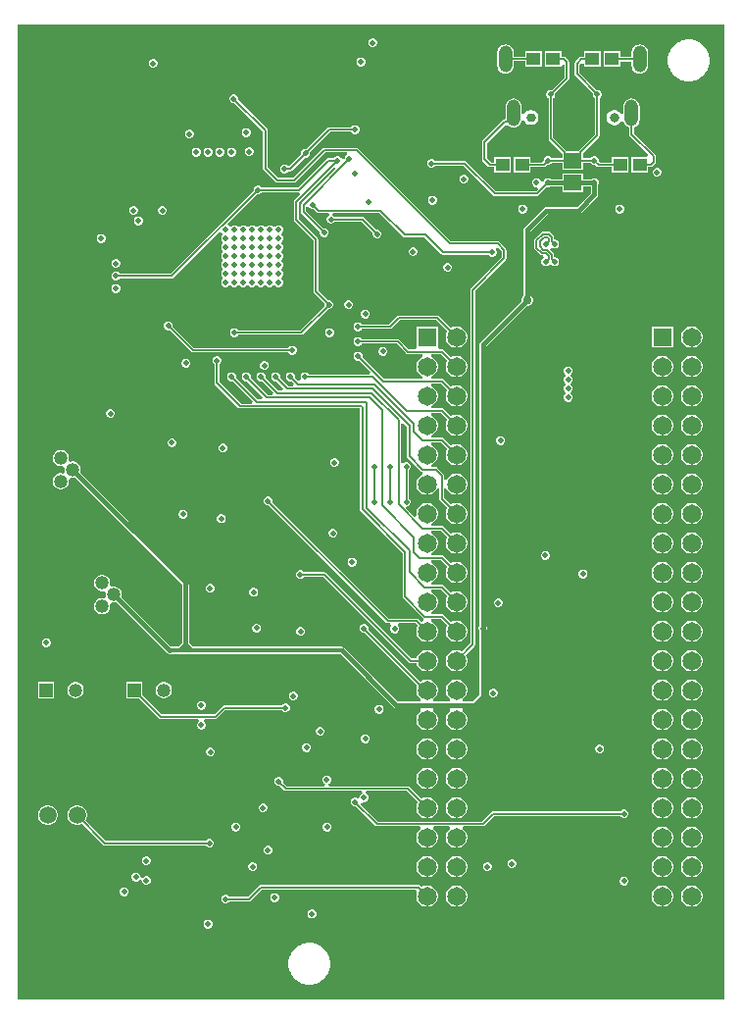
<source format=gbl>
G04*
G04 #@! TF.GenerationSoftware,Altium Limited,Altium Designer,21.6.1 (37)*
G04*
G04 Layer_Physical_Order=4*
G04 Layer_Color=16711680*
%FSAX25Y25*%
%MOIN*%
G70*
G04*
G04 #@! TF.SameCoordinates,E0C0A44B-B62E-4E6E-ADDB-BB2CC36F5004*
G04*
G04*
G04 #@! TF.FilePolarity,Positive*
G04*
G01*
G75*
%ADD21R,0.04921X0.04331*%
%ADD64C,0.03189*%
G04:AMPARAMS|DCode=65|XSize=31.89mil|YSize=29.53mil|CornerRadius=14.76mil|HoleSize=0mil|Usage=FLASHONLY|Rotation=180.000|XOffset=0mil|YOffset=0mil|HoleType=Round|Shape=RoundedRectangle|*
%AMROUNDEDRECTD65*
21,1,0.03189,0.00000,0,0,180.0*
21,1,0.00236,0.02953,0,0,180.0*
1,1,0.02953,-0.00118,0.00000*
1,1,0.02953,0.00118,0.00000*
1,1,0.02953,0.00118,0.00000*
1,1,0.02953,-0.00118,0.00000*
%
%ADD65ROUNDEDRECTD65*%
G04:AMPARAMS|DCode=66|XSize=47.24mil|YSize=90.55mil|CornerRadius=23.62mil|HoleSize=0mil|Usage=FLASHONLY|Rotation=180.000|XOffset=0mil|YOffset=0mil|HoleType=Round|Shape=RoundedRectangle|*
%AMROUNDEDRECTD66*
21,1,0.04724,0.04331,0,0,180.0*
21,1,0.00000,0.09055,0,0,180.0*
1,1,0.04724,0.00000,0.02165*
1,1,0.04724,0.00000,0.02165*
1,1,0.04724,0.00000,-0.02165*
1,1,0.04724,0.00000,-0.02165*
%
%ADD66ROUNDEDRECTD66*%
%ADD73C,0.00800*%
%ADD74C,0.01500*%
%ADD75C,0.00689*%
%ADD76C,0.04693*%
%ADD77R,0.04693X0.04693*%
%ADD78C,0.05906*%
%ADD79R,0.06496X0.06496*%
%ADD80C,0.06496*%
%ADD81C,0.02000*%
%ADD82C,0.03000*%
%ADD83R,0.06260X0.05472*%
G36*
X0241197Y0000803D02*
X0000803D01*
Y0332197D01*
X0241197D01*
Y0000803D01*
D02*
G37*
%LPC*%
G36*
X0121798Y0327500D02*
X0121202D01*
X0120650Y0327272D01*
X0120228Y0326850D01*
X0120000Y0326298D01*
Y0325702D01*
X0120228Y0325150D01*
X0120650Y0324728D01*
X0121202Y0324500D01*
X0121798D01*
X0122350Y0324728D01*
X0122772Y0325150D01*
X0123000Y0325702D01*
Y0326298D01*
X0122772Y0326850D01*
X0122350Y0327272D01*
X0121798Y0327500D01*
D02*
G37*
G36*
X0212335Y0325424D02*
X0211614Y0325329D01*
X0210942Y0325051D01*
X0210365Y0324608D01*
X0209922Y0324031D01*
X0209644Y0323359D01*
X0209549Y0322638D01*
Y0321288D01*
X0205707D01*
Y0323038D01*
X0199986D01*
Y0317907D01*
X0205707D01*
Y0319657D01*
X0209549D01*
Y0318307D01*
X0209644Y0317586D01*
X0209922Y0316914D01*
X0210365Y0316337D01*
X0210942Y0315894D01*
X0211614Y0315616D01*
X0212335Y0315521D01*
X0213056Y0315616D01*
X0213728Y0315894D01*
X0214305Y0316337D01*
X0214747Y0316914D01*
X0215026Y0317586D01*
X0215121Y0318307D01*
Y0322638D01*
X0215026Y0323359D01*
X0214747Y0324031D01*
X0214305Y0324608D01*
X0213728Y0325051D01*
X0213056Y0325329D01*
X0212335Y0325424D01*
D02*
G37*
G36*
X0117798Y0321000D02*
X0117202D01*
X0116650Y0320772D01*
X0116228Y0320350D01*
X0116000Y0319798D01*
Y0319202D01*
X0116228Y0318650D01*
X0116650Y0318228D01*
X0117202Y0318000D01*
X0117798D01*
X0118350Y0318228D01*
X0118772Y0318650D01*
X0119000Y0319202D01*
Y0319798D01*
X0118772Y0320350D01*
X0118350Y0320772D01*
X0117798Y0321000D01*
D02*
G37*
G36*
X0166665Y0325424D02*
X0165944Y0325329D01*
X0165272Y0325051D01*
X0164695Y0324608D01*
X0164253Y0324031D01*
X0163974Y0323359D01*
X0163879Y0322638D01*
Y0318307D01*
X0163974Y0317586D01*
X0164253Y0316914D01*
X0164695Y0316337D01*
X0165272Y0315894D01*
X0165944Y0315616D01*
X0166665Y0315521D01*
X0167386Y0315616D01*
X0168058Y0315894D01*
X0168635Y0316337D01*
X0169078Y0316914D01*
X0169356Y0317586D01*
X0169451Y0318307D01*
Y0319684D01*
X0173293D01*
Y0317935D01*
X0179014D01*
Y0323065D01*
X0173293D01*
Y0321316D01*
X0169451D01*
Y0322638D01*
X0169356Y0323359D01*
X0169078Y0324031D01*
X0168635Y0324608D01*
X0168058Y0325051D01*
X0167386Y0325329D01*
X0166665Y0325424D01*
D02*
G37*
G36*
X0185707Y0323065D02*
X0179986D01*
Y0317935D01*
X0185707D01*
Y0318238D01*
X0186507Y0318665D01*
X0186684Y0318547D01*
Y0314208D01*
X0182450Y0309974D01*
X0182416Y0309988D01*
X0181820D01*
X0181268Y0309760D01*
X0180847Y0309338D01*
X0180618Y0308787D01*
Y0308190D01*
X0180847Y0307639D01*
X0181268Y0307217D01*
X0181302Y0307202D01*
Y0293382D01*
X0181302Y0293382D01*
X0181365Y0293070D01*
X0181541Y0292805D01*
X0185954Y0288392D01*
Y0288336D01*
X0185954Y0288336D01*
X0185970Y0288257D01*
Y0286816D01*
X0182420D01*
X0182405Y0286850D01*
X0181984Y0287272D01*
X0181432Y0287500D01*
X0180835D01*
X0180284Y0287272D01*
X0179862Y0286850D01*
X0179634Y0286298D01*
Y0285702D01*
X0178955Y0285316D01*
X0175223D01*
Y0287065D01*
X0169502D01*
Y0281935D01*
X0175223D01*
Y0283684D01*
X0179634D01*
X0179634Y0283684D01*
X0179946Y0283746D01*
X0180211Y0283923D01*
X0180801Y0284514D01*
X0180835Y0284500D01*
X0181432D01*
X0181984Y0284728D01*
X0182405Y0285150D01*
X0182420Y0285184D01*
X0185970D01*
Y0282864D01*
X0193030D01*
Y0285184D01*
X0195596D01*
X0195610Y0285150D01*
X0196032Y0284728D01*
X0196583Y0284500D01*
X0197180D01*
X0197214Y0284514D01*
X0197805Y0283923D01*
X0198070Y0283746D01*
X0198382Y0283684D01*
X0198382Y0283684D01*
X0202793D01*
Y0281935D01*
X0208514D01*
Y0287065D01*
X0202793D01*
Y0285316D01*
X0199061D01*
X0198382Y0285702D01*
Y0286298D01*
X0198153Y0286850D01*
X0197732Y0287272D01*
X0197180Y0287500D01*
X0196583D01*
X0196032Y0287272D01*
X0195610Y0286850D01*
X0195596Y0286816D01*
X0193030D01*
Y0288257D01*
X0193046Y0288336D01*
X0193046Y0288336D01*
Y0288392D01*
X0198443Y0293789D01*
X0198443Y0293789D01*
X0198620Y0294054D01*
X0198682Y0294366D01*
Y0307202D01*
X0198716Y0307217D01*
X0199138Y0307639D01*
X0199366Y0308190D01*
Y0308787D01*
X0199138Y0309338D01*
X0198716Y0309760D01*
X0198164Y0309988D01*
X0197568D01*
X0197534Y0309974D01*
X0191816Y0315692D01*
Y0318662D01*
X0192493Y0319339D01*
X0193293Y0319008D01*
Y0317907D01*
X0199014D01*
Y0323038D01*
X0193293D01*
Y0321288D01*
X0192472D01*
X0192160Y0321226D01*
X0191896Y0321049D01*
X0191896Y0321049D01*
X0190423Y0319577D01*
X0190246Y0319312D01*
X0190184Y0319000D01*
X0190184Y0319000D01*
Y0315354D01*
X0190184Y0315354D01*
X0190246Y0315042D01*
X0190423Y0314777D01*
X0196380Y0308821D01*
X0196366Y0308787D01*
Y0308190D01*
X0196595Y0307639D01*
X0197017Y0307217D01*
X0197050Y0307202D01*
Y0294704D01*
X0191653Y0289307D01*
X0191539Y0289136D01*
X0187461D01*
X0187347Y0289307D01*
X0187347Y0289307D01*
X0182934Y0293720D01*
Y0307202D01*
X0182968Y0307217D01*
X0183390Y0307639D01*
X0183618Y0308190D01*
Y0308787D01*
X0183604Y0308821D01*
X0188077Y0313293D01*
X0188077Y0313293D01*
X0188254Y0313558D01*
X0188316Y0313870D01*
X0188316Y0313870D01*
Y0319500D01*
X0188254Y0319812D01*
X0188077Y0320077D01*
X0188077Y0320077D01*
X0187077Y0321077D01*
X0186812Y0321254D01*
X0186500Y0321316D01*
X0186500Y0321316D01*
X0185707D01*
Y0323065D01*
D02*
G37*
G36*
X0047145Y0320500D02*
X0046548D01*
X0045997Y0320272D01*
X0045575Y0319850D01*
X0045347Y0319298D01*
Y0318702D01*
X0045575Y0318150D01*
X0045997Y0317728D01*
X0046548Y0317500D01*
X0047145D01*
X0047696Y0317728D01*
X0048118Y0318150D01*
X0048346Y0318702D01*
Y0319298D01*
X0048118Y0319850D01*
X0047696Y0320272D01*
X0047145Y0320500D01*
D02*
G37*
G36*
X0229620Y0327102D02*
X0228380D01*
X0228302Y0327087D01*
X0228223D01*
X0227006Y0326845D01*
X0226933Y0326814D01*
X0226855Y0326799D01*
X0225709Y0326324D01*
X0225643Y0326280D01*
X0225570Y0326250D01*
X0224538Y0325560D01*
X0224482Y0325504D01*
X0224417Y0325461D01*
X0223539Y0324583D01*
X0223495Y0324517D01*
X0223440Y0324462D01*
X0222750Y0323430D01*
X0222720Y0323357D01*
X0222676Y0323291D01*
X0222201Y0322145D01*
X0222186Y0322067D01*
X0222155Y0321994D01*
X0221913Y0320777D01*
Y0320698D01*
X0221898Y0320620D01*
Y0319380D01*
X0221913Y0319302D01*
Y0319223D01*
X0222155Y0318006D01*
X0222186Y0317933D01*
X0222201Y0317855D01*
X0222676Y0316709D01*
X0222720Y0316643D01*
X0222750Y0316570D01*
X0223440Y0315539D01*
X0223495Y0315482D01*
X0223539Y0315417D01*
X0224417Y0314539D01*
X0224482Y0314495D01*
X0224538Y0314440D01*
X0225570Y0313750D01*
X0225643Y0313720D01*
X0225709Y0313676D01*
X0226855Y0313201D01*
X0226933Y0313186D01*
X0227006Y0313156D01*
X0228223Y0312913D01*
X0228302D01*
X0228380Y0312898D01*
X0229620D01*
X0229698Y0312913D01*
X0229777D01*
X0230994Y0313156D01*
X0231067Y0313186D01*
X0231145Y0313201D01*
X0232291Y0313676D01*
X0232357Y0313720D01*
X0232430Y0313750D01*
X0233461Y0314440D01*
X0233517Y0314495D01*
X0233583Y0314539D01*
X0234461Y0315417D01*
X0234505Y0315482D01*
X0234560Y0315539D01*
X0235250Y0316570D01*
X0235280Y0316643D01*
X0235324Y0316709D01*
X0235799Y0317855D01*
X0235814Y0317933D01*
X0235844Y0318006D01*
X0236087Y0319223D01*
Y0319302D01*
X0236102Y0319380D01*
Y0320620D01*
X0236087Y0320698D01*
Y0320777D01*
X0235844Y0321994D01*
X0235814Y0322067D01*
X0235799Y0322145D01*
X0235324Y0323291D01*
X0235280Y0323357D01*
X0235250Y0323430D01*
X0234560Y0324462D01*
X0234505Y0324517D01*
X0234461Y0324583D01*
X0233583Y0325461D01*
X0233517Y0325504D01*
X0233461Y0325560D01*
X0232430Y0326250D01*
X0232357Y0326280D01*
X0232291Y0326324D01*
X0231145Y0326799D01*
X0231067Y0326814D01*
X0230994Y0326845D01*
X0229777Y0327087D01*
X0229698D01*
X0229620Y0327102D01*
D02*
G37*
G36*
X0209579Y0307038D02*
X0208858Y0306943D01*
X0208186Y0306665D01*
X0207609Y0306222D01*
X0207166Y0305645D01*
X0206888Y0304973D01*
X0206793Y0304252D01*
Y0301866D01*
X0206590Y0301787D01*
X0205993Y0301731D01*
X0205737Y0302174D01*
X0205257Y0302654D01*
X0204669Y0302994D01*
X0204013Y0303169D01*
X0203334D01*
X0202678Y0302994D01*
X0202090Y0302654D01*
X0201610Y0302174D01*
X0201270Y0301586D01*
X0201095Y0300930D01*
Y0300251D01*
X0201270Y0299595D01*
X0201610Y0299007D01*
X0202090Y0298527D01*
X0202678Y0298188D01*
X0203334Y0298012D01*
X0204013D01*
X0204669Y0298188D01*
X0205257Y0298527D01*
X0205737Y0299007D01*
X0206038Y0299528D01*
X0206125Y0299541D01*
X0206888Y0299200D01*
X0207166Y0298528D01*
X0207609Y0297951D01*
X0208186Y0297509D01*
X0208763Y0297269D01*
Y0294921D01*
X0208763Y0294921D01*
X0208825Y0294609D01*
X0209002Y0294344D01*
X0215246Y0288100D01*
X0215248Y0287825D01*
X0214498Y0287065D01*
X0209486Y0287065D01*
Y0281935D01*
X0215207D01*
Y0283684D01*
X0216000D01*
X0216000Y0283684D01*
X0216312Y0283746D01*
X0216577Y0283923D01*
X0217577Y0284923D01*
X0217577Y0284923D01*
X0217754Y0285188D01*
X0217816Y0285500D01*
Y0287500D01*
X0217816Y0287500D01*
X0217754Y0287812D01*
X0217577Y0288077D01*
X0217577Y0288077D01*
X0210394Y0295259D01*
Y0297269D01*
X0210972Y0297509D01*
X0211549Y0297951D01*
X0211992Y0298528D01*
X0212270Y0299200D01*
X0212365Y0299921D01*
Y0304252D01*
X0212270Y0304973D01*
X0211992Y0305645D01*
X0211549Y0306222D01*
X0210972Y0306665D01*
X0210300Y0306943D01*
X0209579Y0307038D01*
D02*
G37*
G36*
X0169421D02*
X0168700Y0306943D01*
X0168028Y0306665D01*
X0167451Y0306222D01*
X0167008Y0305645D01*
X0166730Y0304973D01*
X0166635Y0304252D01*
Y0300101D01*
X0166620D01*
X0166308Y0300039D01*
X0166043Y0299862D01*
X0166043Y0299862D01*
X0158923Y0292742D01*
X0158746Y0292477D01*
X0158684Y0292165D01*
X0158684Y0292165D01*
Y0286500D01*
X0158684Y0286500D01*
X0158746Y0286188D01*
X0158923Y0285923D01*
X0160923Y0283923D01*
X0160923Y0283923D01*
X0161188Y0283746D01*
X0161500Y0283684D01*
X0161500Y0283684D01*
X0162809D01*
Y0281935D01*
X0168530D01*
Y0287065D01*
X0162809D01*
Y0285316D01*
X0161838D01*
X0160316Y0286838D01*
Y0291828D01*
X0166441Y0297953D01*
X0167451Y0297951D01*
X0168028Y0297509D01*
X0168700Y0297230D01*
X0169421Y0297135D01*
X0170142Y0297230D01*
X0170814Y0297509D01*
X0171391Y0297951D01*
X0171834Y0298528D01*
X0172112Y0299200D01*
X0172142Y0299422D01*
X0172529Y0299530D01*
X0172962Y0299524D01*
X0173435Y0298816D01*
X0174249Y0298273D01*
X0175209Y0298082D01*
X0175445D01*
X0176405Y0298273D01*
X0177219Y0298816D01*
X0177763Y0299630D01*
X0177954Y0300590D01*
X0177763Y0301551D01*
X0177219Y0302365D01*
X0176405Y0302908D01*
X0175445Y0303099D01*
X0175209D01*
X0174249Y0302908D01*
X0173435Y0302365D01*
X0173007Y0301725D01*
X0172207Y0301903D01*
Y0304252D01*
X0172112Y0304973D01*
X0171834Y0305645D01*
X0171391Y0306222D01*
X0170814Y0306665D01*
X0170142Y0306943D01*
X0169421Y0307038D01*
D02*
G37*
G36*
X0115798Y0298000D02*
X0115202D01*
X0114650Y0297772D01*
X0114228Y0297350D01*
X0114214Y0297316D01*
X0106750D01*
X0106750Y0297316D01*
X0106438Y0297254D01*
X0106173Y0297077D01*
X0106173Y0297077D01*
X0099082Y0289986D01*
X0099048Y0290000D01*
X0098452D01*
X0097900Y0289772D01*
X0097478Y0289350D01*
X0097250Y0288798D01*
Y0288202D01*
X0097264Y0288168D01*
X0093458Y0284362D01*
X0092772Y0284003D01*
X0092350Y0284425D01*
X0091798Y0284653D01*
X0091202D01*
X0090650Y0284425D01*
X0090228Y0284003D01*
X0090000Y0283452D01*
Y0282855D01*
X0090228Y0282304D01*
X0090650Y0281882D01*
X0091202Y0281653D01*
X0091798D01*
X0092350Y0281882D01*
X0092772Y0282304D01*
X0092786Y0282338D01*
X0093404D01*
X0093404Y0282338D01*
X0093716Y0282400D01*
X0093980Y0282577D01*
X0098418Y0287014D01*
X0098452Y0287000D01*
X0099048D01*
X0099600Y0287228D01*
X0100022Y0287650D01*
X0100250Y0288202D01*
Y0288798D01*
X0100236Y0288832D01*
X0107088Y0295684D01*
X0114214D01*
X0114228Y0295650D01*
X0114650Y0295228D01*
X0115202Y0295000D01*
X0115798D01*
X0116350Y0295228D01*
X0116772Y0295650D01*
X0117000Y0296202D01*
Y0296798D01*
X0116772Y0297350D01*
X0116350Y0297772D01*
X0115798Y0298000D01*
D02*
G37*
G36*
X0078798Y0297000D02*
X0078202D01*
X0077650Y0296772D01*
X0077228Y0296350D01*
X0077000Y0295798D01*
Y0295202D01*
X0077228Y0294650D01*
X0077650Y0294228D01*
X0078202Y0294000D01*
X0078798D01*
X0079350Y0294228D01*
X0079772Y0294650D01*
X0080000Y0295202D01*
Y0295798D01*
X0079772Y0296350D01*
X0079350Y0296772D01*
X0078798Y0297000D01*
D02*
G37*
G36*
X0059452Y0296500D02*
X0058855D01*
X0058304Y0296272D01*
X0057882Y0295850D01*
X0057653Y0295298D01*
Y0294702D01*
X0057882Y0294150D01*
X0058304Y0293728D01*
X0058855Y0293500D01*
X0059452D01*
X0060003Y0293728D01*
X0060425Y0294150D01*
X0060654Y0294702D01*
Y0295298D01*
X0060425Y0295850D01*
X0060003Y0296272D01*
X0059452Y0296500D01*
D02*
G37*
G36*
X0079798Y0290500D02*
X0079202D01*
X0078650Y0290272D01*
X0078228Y0289850D01*
X0078000Y0289298D01*
Y0288702D01*
X0078228Y0288150D01*
X0078650Y0287728D01*
X0079202Y0287500D01*
X0079798D01*
X0080350Y0287728D01*
X0080772Y0288150D01*
X0081000Y0288702D01*
Y0289298D01*
X0080772Y0289850D01*
X0080350Y0290272D01*
X0079798Y0290500D01*
D02*
G37*
G36*
X0069798Y0290346D02*
X0069202D01*
X0068650Y0290118D01*
X0068228Y0289696D01*
X0068000Y0289145D01*
Y0288548D01*
X0068228Y0287997D01*
X0068650Y0287575D01*
X0069202Y0287346D01*
X0069798D01*
X0070350Y0287575D01*
X0070772Y0287997D01*
X0071000Y0288548D01*
Y0289145D01*
X0070772Y0289696D01*
X0070350Y0290118D01*
X0069798Y0290346D01*
D02*
G37*
G36*
X0061798D02*
X0061202D01*
X0060650Y0290118D01*
X0060228Y0289696D01*
X0060000Y0289145D01*
Y0288548D01*
X0060228Y0287997D01*
X0060650Y0287575D01*
X0061202Y0287346D01*
X0061798D01*
X0062350Y0287575D01*
X0062772Y0287997D01*
X0063000Y0288548D01*
Y0289145D01*
X0062772Y0289696D01*
X0062350Y0290118D01*
X0061798Y0290346D01*
D02*
G37*
G36*
X0073798Y0290346D02*
X0073202D01*
X0072650Y0290118D01*
X0072228Y0289696D01*
X0072000Y0289145D01*
Y0288548D01*
X0072228Y0287997D01*
X0072650Y0287575D01*
X0073202Y0287346D01*
X0073798D01*
X0074350Y0287575D01*
X0074772Y0287997D01*
X0075000Y0288548D01*
Y0289145D01*
X0074772Y0289696D01*
X0074350Y0290118D01*
X0073798Y0290346D01*
D02*
G37*
G36*
X0065798D02*
X0065202D01*
X0064650Y0290118D01*
X0064228Y0289696D01*
X0064000Y0289145D01*
Y0288548D01*
X0064228Y0287997D01*
X0064650Y0287575D01*
X0065202Y0287346D01*
X0065798D01*
X0066350Y0287575D01*
X0066772Y0287997D01*
X0067000Y0288548D01*
Y0289145D01*
X0066772Y0289696D01*
X0066350Y0290118D01*
X0065798Y0290346D01*
D02*
G37*
G36*
X0074542Y0308500D02*
X0073946D01*
X0073394Y0308272D01*
X0072973Y0307850D01*
X0072744Y0307298D01*
Y0306702D01*
X0072973Y0306150D01*
X0073394Y0305728D01*
X0073946Y0305500D01*
X0074542D01*
X0074576Y0305514D01*
X0084284Y0295806D01*
Y0283300D01*
X0084284Y0283300D01*
X0084346Y0282988D01*
X0084523Y0282723D01*
X0088523Y0278723D01*
X0088523Y0278723D01*
X0088788Y0278546D01*
X0089100Y0278484D01*
X0094800D01*
X0094800Y0278484D01*
X0095112Y0278546D01*
X0095377Y0278723D01*
X0105338Y0288684D01*
X0112763D01*
X0112922Y0287884D01*
X0112650Y0287772D01*
X0112228Y0287350D01*
X0112000Y0286798D01*
Y0286737D01*
X0111739Y0286562D01*
X0110772Y0286850D01*
X0110350Y0287272D01*
X0109798Y0287500D01*
X0109202D01*
X0108650Y0287272D01*
X0108228Y0286850D01*
X0108214Y0286816D01*
X0106600D01*
X0106600Y0286816D01*
X0106288Y0286754D01*
X0106023Y0286577D01*
X0106023Y0286577D01*
X0096262Y0276816D01*
X0083786D01*
X0083772Y0276850D01*
X0083350Y0277272D01*
X0082798Y0277500D01*
X0082202D01*
X0081650Y0277272D01*
X0081228Y0276850D01*
X0081000Y0276298D01*
Y0275702D01*
X0081014Y0275668D01*
X0052912Y0247566D01*
X0035439D01*
X0035425Y0247600D01*
X0035003Y0248022D01*
X0034452Y0248250D01*
X0033855D01*
X0033304Y0248022D01*
X0032882Y0247600D01*
X0032654Y0247048D01*
Y0246452D01*
X0032882Y0245900D01*
X0033304Y0245478D01*
X0033855Y0245250D01*
X0034452D01*
X0035003Y0245478D01*
X0035425Y0245900D01*
X0035439Y0245934D01*
X0053250D01*
X0053250Y0245934D01*
X0053562Y0245996D01*
X0053827Y0246173D01*
X0069384Y0261731D01*
X0070266Y0261567D01*
X0070580Y0260856D01*
X0070356Y0260477D01*
X0070228Y0260350D01*
X0070000Y0259798D01*
Y0259202D01*
X0070228Y0258650D01*
X0070361Y0258518D01*
X0070562Y0258000D01*
X0070361Y0257482D01*
X0070228Y0257350D01*
X0070000Y0256798D01*
Y0256202D01*
X0070228Y0255650D01*
X0070361Y0255518D01*
X0070562Y0255000D01*
X0070361Y0254482D01*
X0070228Y0254350D01*
X0070000Y0253798D01*
Y0253202D01*
X0070228Y0252650D01*
X0070361Y0252518D01*
X0070562Y0252000D01*
X0070361Y0251482D01*
X0070228Y0251350D01*
X0070000Y0250798D01*
Y0250202D01*
X0070228Y0249650D01*
X0070361Y0249518D01*
X0070562Y0249000D01*
X0070361Y0248482D01*
X0070228Y0248350D01*
X0070000Y0247798D01*
Y0247202D01*
X0070228Y0246650D01*
X0070361Y0246518D01*
X0070562Y0246000D01*
X0070361Y0245482D01*
X0070228Y0245350D01*
X0070000Y0244798D01*
Y0244202D01*
X0070228Y0243650D01*
X0070650Y0243228D01*
X0071202Y0243000D01*
X0071798D01*
X0072350Y0243228D01*
X0072482Y0243361D01*
X0073000Y0243562D01*
X0073518Y0243361D01*
X0073650Y0243228D01*
X0074202Y0243000D01*
X0074798D01*
X0075350Y0243228D01*
X0075482Y0243361D01*
X0076000Y0243562D01*
X0076518Y0243361D01*
X0076650Y0243228D01*
X0077202Y0243000D01*
X0077798D01*
X0078350Y0243228D01*
X0078482Y0243361D01*
X0079000Y0243562D01*
X0079518Y0243361D01*
X0079650Y0243228D01*
X0080202Y0243000D01*
X0080798D01*
X0081350Y0243228D01*
X0081482Y0243361D01*
X0082000Y0243562D01*
X0082518Y0243361D01*
X0082650Y0243228D01*
X0083202Y0243000D01*
X0083798D01*
X0084350Y0243228D01*
X0084482Y0243361D01*
X0085000Y0243562D01*
X0085518Y0243361D01*
X0085650Y0243228D01*
X0086202Y0243000D01*
X0086798D01*
X0087350Y0243228D01*
X0087482Y0243361D01*
X0088000Y0243562D01*
X0088518Y0243361D01*
X0088650Y0243228D01*
X0089202Y0243000D01*
X0089798D01*
X0090350Y0243228D01*
X0090772Y0243650D01*
X0091000Y0244202D01*
Y0244798D01*
X0090772Y0245350D01*
X0090639Y0245482D01*
X0090438Y0246000D01*
X0090639Y0246518D01*
X0090772Y0246650D01*
X0091000Y0247202D01*
Y0247798D01*
X0090772Y0248350D01*
X0090639Y0248482D01*
X0090438Y0249000D01*
X0090639Y0249518D01*
X0090772Y0249650D01*
X0091000Y0250202D01*
Y0250798D01*
X0090772Y0251350D01*
X0090639Y0251482D01*
X0090438Y0252000D01*
X0090639Y0252518D01*
X0090772Y0252650D01*
X0091000Y0253202D01*
Y0253798D01*
X0090772Y0254350D01*
X0090639Y0254482D01*
X0090438Y0255000D01*
X0090639Y0255518D01*
X0090772Y0255650D01*
X0091000Y0256202D01*
Y0256798D01*
X0090772Y0257350D01*
X0090639Y0257482D01*
X0090438Y0258000D01*
X0090639Y0258518D01*
X0090772Y0258650D01*
X0091000Y0259202D01*
Y0259798D01*
X0090772Y0260350D01*
X0090639Y0260482D01*
X0090438Y0261000D01*
X0090639Y0261518D01*
X0090772Y0261650D01*
X0091000Y0262202D01*
Y0262798D01*
X0090772Y0263350D01*
X0090350Y0263772D01*
X0089798Y0264000D01*
X0089202D01*
X0088650Y0263772D01*
X0088518Y0263639D01*
X0088000Y0263438D01*
X0087482Y0263639D01*
X0087350Y0263772D01*
X0086798Y0264000D01*
X0086202D01*
X0085650Y0263772D01*
X0085518Y0263639D01*
X0085000Y0263438D01*
X0084482Y0263639D01*
X0084350Y0263772D01*
X0083798Y0264000D01*
X0083202D01*
X0082650Y0263772D01*
X0082518Y0263639D01*
X0082000Y0263438D01*
X0081482Y0263639D01*
X0081350Y0263772D01*
X0080798Y0264000D01*
X0080202D01*
X0079650Y0263772D01*
X0079518Y0263639D01*
X0079000Y0263438D01*
X0078482Y0263639D01*
X0078350Y0263772D01*
X0077798Y0264000D01*
X0077202D01*
X0076650Y0263772D01*
X0076518Y0263639D01*
X0076000Y0263438D01*
X0075482Y0263639D01*
X0075350Y0263772D01*
X0074798Y0264000D01*
X0074202D01*
X0073650Y0263772D01*
X0073523Y0263644D01*
X0073144Y0263421D01*
X0072433Y0263734D01*
X0072269Y0264616D01*
X0082168Y0274514D01*
X0082202Y0274500D01*
X0082798D01*
X0083350Y0274728D01*
X0083772Y0275150D01*
X0083786Y0275184D01*
X0096399D01*
X0096692Y0274696D01*
X0096748Y0274401D01*
X0094923Y0272577D01*
X0094746Y0272312D01*
X0094684Y0272000D01*
X0094684Y0272000D01*
Y0266000D01*
X0094684Y0266000D01*
X0094746Y0265688D01*
X0094923Y0265423D01*
X0101384Y0258962D01*
Y0241454D01*
X0101384Y0241454D01*
X0101446Y0241141D01*
X0101623Y0240877D01*
X0105072Y0237428D01*
Y0236572D01*
X0096816Y0228316D01*
X0075786D01*
X0075772Y0228350D01*
X0075350Y0228772D01*
X0074798Y0229000D01*
X0074202D01*
X0073650Y0228772D01*
X0073228Y0228350D01*
X0073000Y0227798D01*
Y0227202D01*
X0073228Y0226650D01*
X0073650Y0226228D01*
X0074202Y0226000D01*
X0074798D01*
X0075350Y0226228D01*
X0075772Y0226650D01*
X0075786Y0226684D01*
X0097153D01*
X0097154Y0226684D01*
X0097466Y0226746D01*
X0097730Y0226923D01*
X0106321Y0235514D01*
X0106355Y0235500D01*
X0106952D01*
X0107503Y0235728D01*
X0107925Y0236150D01*
X0108153Y0236702D01*
Y0237298D01*
X0107925Y0237850D01*
X0107503Y0238272D01*
X0106952Y0238500D01*
X0106355D01*
X0106321Y0238486D01*
X0103016Y0241791D01*
Y0259300D01*
X0103016Y0259300D01*
X0102954Y0259612D01*
X0102777Y0259877D01*
X0096316Y0266338D01*
Y0271662D01*
X0108585Y0283931D01*
X0108636Y0283921D01*
X0108899Y0283053D01*
X0097423Y0271577D01*
X0097246Y0271312D01*
X0097184Y0271000D01*
X0097184Y0271000D01*
Y0268500D01*
X0097184Y0268500D01*
X0097246Y0268188D01*
X0097423Y0267923D01*
X0103514Y0261832D01*
X0103500Y0261798D01*
Y0261202D01*
X0103728Y0260650D01*
X0104150Y0260228D01*
X0104702Y0260000D01*
X0105298D01*
X0105850Y0260228D01*
X0106272Y0260650D01*
X0106500Y0261202D01*
Y0261798D01*
X0106272Y0262350D01*
X0105850Y0262772D01*
X0105298Y0263000D01*
X0104702D01*
X0104668Y0262986D01*
X0098816Y0268838D01*
Y0270046D01*
X0098903Y0270086D01*
X0099728Y0270150D01*
X0100150Y0269728D01*
X0100702Y0269500D01*
X0101298D01*
X0101332Y0269514D01*
X0102423Y0268423D01*
X0102423Y0268423D01*
X0102688Y0268246D01*
X0103000Y0268184D01*
X0103000Y0268184D01*
X0106570D01*
X0106729Y0267384D01*
X0106457Y0267272D01*
X0106035Y0266850D01*
X0105807Y0266298D01*
Y0265702D01*
X0106035Y0265150D01*
X0106457Y0264728D01*
X0107009Y0264500D01*
X0107606D01*
X0108157Y0264728D01*
X0108579Y0265150D01*
X0108593Y0265184D01*
X0117662D01*
X0121514Y0261332D01*
X0121500Y0261298D01*
Y0260702D01*
X0121728Y0260150D01*
X0122150Y0259728D01*
X0122702Y0259500D01*
X0123298D01*
X0123850Y0259728D01*
X0124272Y0260150D01*
X0124500Y0260702D01*
Y0261298D01*
X0124272Y0261850D01*
X0123850Y0262272D01*
X0123298Y0262500D01*
X0122702D01*
X0122668Y0262486D01*
X0118577Y0266577D01*
X0118312Y0266754D01*
X0118000Y0266816D01*
X0118000Y0266816D01*
X0108593D01*
X0108579Y0266850D01*
X0108157Y0267272D01*
X0107885Y0267384D01*
X0108044Y0268184D01*
X0123662D01*
X0131723Y0260123D01*
X0131723Y0260123D01*
X0131988Y0259946D01*
X0132300Y0259884D01*
X0139117D01*
X0144778Y0254223D01*
X0145043Y0254046D01*
X0145355Y0253984D01*
X0145355Y0253984D01*
X0160914D01*
X0160928Y0253950D01*
X0161350Y0253528D01*
X0161902Y0253300D01*
X0162498D01*
X0163050Y0253528D01*
X0163472Y0253950D01*
X0163700Y0254502D01*
Y0255098D01*
X0163472Y0255650D01*
X0163357Y0255765D01*
X0163624Y0256629D01*
X0163955Y0256691D01*
X0165384Y0255262D01*
Y0253038D01*
X0154923Y0242577D01*
X0154746Y0242312D01*
X0154684Y0242000D01*
X0154684Y0242000D01*
Y0121838D01*
X0151939Y0119093D01*
X0151408Y0119399D01*
X0150480Y0119648D01*
X0149520D01*
X0148592Y0119399D01*
X0147760Y0118919D01*
X0147081Y0118240D01*
X0146601Y0117408D01*
X0146352Y0116480D01*
Y0115520D01*
X0146601Y0114592D01*
X0147081Y0113760D01*
X0147760Y0113081D01*
X0148592Y0112601D01*
X0149520Y0112352D01*
X0150480D01*
X0151408Y0112601D01*
X0152240Y0113081D01*
X0152919Y0113760D01*
X0153399Y0114592D01*
X0153648Y0115520D01*
Y0116480D01*
X0153399Y0117408D01*
X0153093Y0117939D01*
X0156077Y0120923D01*
X0156077Y0120923D01*
X0156254Y0121188D01*
X0156316Y0121500D01*
Y0241662D01*
X0166777Y0252123D01*
X0166777Y0252123D01*
X0166954Y0252388D01*
X0167016Y0252700D01*
X0167016Y0252700D01*
Y0255600D01*
X0167016Y0255600D01*
X0166954Y0255912D01*
X0166777Y0256177D01*
X0166777Y0256177D01*
X0164677Y0258277D01*
X0164412Y0258454D01*
X0164100Y0258516D01*
X0164100Y0258516D01*
X0148138D01*
X0116577Y0290077D01*
X0116312Y0290254D01*
X0116000Y0290316D01*
X0116000Y0290316D01*
X0105000D01*
X0105000Y0290316D01*
X0104688Y0290254D01*
X0104423Y0290077D01*
X0104423Y0290077D01*
X0094462Y0280116D01*
X0089438D01*
X0085916Y0283638D01*
Y0296144D01*
X0085916Y0296144D01*
X0085854Y0296456D01*
X0085677Y0296721D01*
X0085677Y0296721D01*
X0075730Y0306668D01*
X0075744Y0306702D01*
Y0307298D01*
X0075516Y0307850D01*
X0075094Y0308272D01*
X0074542Y0308500D01*
D02*
G37*
G36*
X0218552Y0283500D02*
X0217955D01*
X0217404Y0283272D01*
X0216982Y0282850D01*
X0216754Y0282298D01*
Y0281702D01*
X0216982Y0281150D01*
X0217404Y0280728D01*
X0217955Y0280500D01*
X0218552D01*
X0219104Y0280728D01*
X0219526Y0281150D01*
X0219754Y0281702D01*
Y0282298D01*
X0219526Y0282850D01*
X0219104Y0283272D01*
X0218552Y0283500D01*
D02*
G37*
G36*
X0152798Y0281161D02*
X0152202D01*
X0151650Y0280933D01*
X0151228Y0280511D01*
X0151000Y0279960D01*
Y0279363D01*
X0151228Y0278812D01*
X0151650Y0278390D01*
X0152202Y0278161D01*
X0152798D01*
X0153350Y0278390D01*
X0153772Y0278812D01*
X0154000Y0279363D01*
Y0279960D01*
X0153772Y0280511D01*
X0153350Y0280933D01*
X0152798Y0281161D01*
D02*
G37*
G36*
X0142145Y0274000D02*
X0141548D01*
X0140997Y0273772D01*
X0140575Y0273350D01*
X0140346Y0272798D01*
Y0272202D01*
X0140575Y0271650D01*
X0140997Y0271228D01*
X0141548Y0271000D01*
X0142145D01*
X0142696Y0271228D01*
X0143118Y0271650D01*
X0143346Y0272202D01*
Y0272798D01*
X0143118Y0273350D01*
X0142696Y0273772D01*
X0142145Y0274000D01*
D02*
G37*
G36*
X0205814Y0271000D02*
X0205217D01*
X0204666Y0270772D01*
X0204244Y0270350D01*
X0204016Y0269798D01*
Y0269202D01*
X0204244Y0268650D01*
X0204666Y0268228D01*
X0205217Y0268000D01*
X0205814D01*
X0206365Y0268228D01*
X0206787Y0268650D01*
X0207016Y0269202D01*
Y0269798D01*
X0206787Y0270350D01*
X0206365Y0270772D01*
X0205814Y0271000D01*
D02*
G37*
G36*
X0172798D02*
X0172202D01*
X0171650Y0270772D01*
X0171228Y0270350D01*
X0171000Y0269798D01*
Y0269202D01*
X0171228Y0268650D01*
X0171650Y0268228D01*
X0172202Y0268000D01*
X0172798D01*
X0173350Y0268228D01*
X0173772Y0268650D01*
X0174000Y0269202D01*
Y0269798D01*
X0173772Y0270350D01*
X0173350Y0270772D01*
X0172798Y0271000D01*
D02*
G37*
G36*
X0050298Y0270500D02*
X0049702D01*
X0049150Y0270272D01*
X0048728Y0269850D01*
X0048500Y0269298D01*
Y0268702D01*
X0048728Y0268150D01*
X0049150Y0267728D01*
X0049702Y0267500D01*
X0050298D01*
X0050850Y0267728D01*
X0051272Y0268150D01*
X0051500Y0268702D01*
Y0269298D01*
X0051272Y0269850D01*
X0050850Y0270272D01*
X0050298Y0270500D01*
D02*
G37*
G36*
X0040452D02*
X0039855D01*
X0039304Y0270272D01*
X0038882Y0269850D01*
X0038653Y0269298D01*
Y0268702D01*
X0038882Y0268150D01*
X0039304Y0267728D01*
X0039855Y0267500D01*
X0040452D01*
X0041003Y0267728D01*
X0041425Y0268150D01*
X0041653Y0268702D01*
Y0269298D01*
X0041425Y0269850D01*
X0041003Y0270272D01*
X0040452Y0270500D01*
D02*
G37*
G36*
X0042145Y0267000D02*
X0041548D01*
X0040997Y0266772D01*
X0040575Y0266350D01*
X0040347Y0265798D01*
Y0265202D01*
X0040575Y0264650D01*
X0040997Y0264228D01*
X0041548Y0264000D01*
X0042145D01*
X0042696Y0264228D01*
X0043118Y0264650D01*
X0043347Y0265202D01*
Y0265798D01*
X0043118Y0266350D01*
X0042696Y0266772D01*
X0042145Y0267000D01*
D02*
G37*
G36*
X0029452Y0261000D02*
X0028855D01*
X0028304Y0260772D01*
X0027882Y0260350D01*
X0027654Y0259798D01*
Y0259202D01*
X0027882Y0258650D01*
X0028304Y0258228D01*
X0028855Y0258000D01*
X0029452D01*
X0030003Y0258228D01*
X0030425Y0258650D01*
X0030654Y0259202D01*
Y0259798D01*
X0030425Y0260350D01*
X0030003Y0260772D01*
X0029452Y0261000D01*
D02*
G37*
G36*
X0181403Y0261772D02*
X0179397D01*
X0179106Y0261714D01*
X0178860Y0261550D01*
X0176741Y0259430D01*
X0176576Y0259184D01*
X0176518Y0258893D01*
Y0256307D01*
X0176576Y0256016D01*
X0176741Y0255770D01*
X0178570Y0253941D01*
X0178816Y0253776D01*
X0179107Y0253718D01*
X0179504D01*
X0179663Y0252918D01*
X0179550Y0252872D01*
X0179128Y0252450D01*
X0178900Y0251898D01*
Y0251302D01*
X0179128Y0250750D01*
X0179550Y0250328D01*
X0180102Y0250100D01*
X0180698D01*
X0181250Y0250328D01*
X0181382Y0250461D01*
X0181900Y0250662D01*
X0182418Y0250461D01*
X0182550Y0250328D01*
X0183102Y0250100D01*
X0183698D01*
X0184250Y0250328D01*
X0184672Y0250750D01*
X0184900Y0251302D01*
Y0251898D01*
X0184672Y0252450D01*
X0184250Y0252872D01*
X0183698Y0253100D01*
X0183204D01*
Y0253971D01*
X0183146Y0254262D01*
X0182981Y0254508D01*
X0182981Y0254508D01*
X0181728Y0255761D01*
X0181700Y0255795D01*
X0181725Y0255904D01*
X0182077Y0256187D01*
X0182528Y0256322D01*
X0182561Y0256324D01*
X0183102Y0256100D01*
X0183698D01*
X0184250Y0256328D01*
X0184672Y0256750D01*
X0184900Y0257302D01*
Y0257898D01*
X0184672Y0258450D01*
X0184250Y0258872D01*
X0183698Y0259100D01*
X0183204D01*
Y0259971D01*
X0183204Y0259971D01*
X0183146Y0260262D01*
X0182981Y0260508D01*
X0182981Y0260508D01*
X0181940Y0261550D01*
X0181693Y0261714D01*
X0181403Y0261772D01*
D02*
G37*
G36*
X0135554Y0256500D02*
X0134958D01*
X0134406Y0256272D01*
X0133984Y0255850D01*
X0133756Y0255298D01*
Y0254702D01*
X0133984Y0254150D01*
X0134406Y0253728D01*
X0134958Y0253500D01*
X0135554D01*
X0136106Y0253728D01*
X0136528Y0254150D01*
X0136756Y0254702D01*
Y0255298D01*
X0136528Y0255850D01*
X0136106Y0256272D01*
X0135554Y0256500D01*
D02*
G37*
G36*
X0034452Y0252500D02*
X0033855D01*
X0033304Y0252272D01*
X0032882Y0251850D01*
X0032654Y0251298D01*
Y0250702D01*
X0032882Y0250150D01*
X0033304Y0249728D01*
X0033855Y0249500D01*
X0034452D01*
X0035003Y0249728D01*
X0035425Y0250150D01*
X0035654Y0250702D01*
Y0251298D01*
X0035425Y0251850D01*
X0035003Y0252272D01*
X0034452Y0252500D01*
D02*
G37*
G36*
X0147298Y0251153D02*
X0146702D01*
X0146150Y0250925D01*
X0145728Y0250503D01*
X0145500Y0249952D01*
Y0249355D01*
X0145728Y0248804D01*
X0146150Y0248382D01*
X0146702Y0248153D01*
X0147298D01*
X0147850Y0248382D01*
X0148272Y0248804D01*
X0148500Y0249355D01*
Y0249952D01*
X0148272Y0250503D01*
X0147850Y0250925D01*
X0147298Y0251153D01*
D02*
G37*
G36*
X0034452Y0244000D02*
X0033855D01*
X0033304Y0243772D01*
X0032882Y0243350D01*
X0032654Y0242798D01*
Y0242202D01*
X0032882Y0241650D01*
X0033304Y0241228D01*
X0033855Y0241000D01*
X0034452D01*
X0035003Y0241228D01*
X0035425Y0241650D01*
X0035654Y0242202D01*
Y0242798D01*
X0035425Y0243350D01*
X0035003Y0243772D01*
X0034452Y0244000D01*
D02*
G37*
G36*
X0113645Y0238500D02*
X0113048D01*
X0112497Y0238272D01*
X0112075Y0237850D01*
X0111846Y0237298D01*
Y0236702D01*
X0112075Y0236150D01*
X0112497Y0235728D01*
X0113048Y0235500D01*
X0113645D01*
X0114196Y0235728D01*
X0114618Y0236150D01*
X0114846Y0236702D01*
Y0237298D01*
X0114618Y0237850D01*
X0114196Y0238272D01*
X0113645Y0238500D01*
D02*
G37*
G36*
X0143500Y0233316D02*
X0143500Y0233316D01*
X0130500D01*
X0130500Y0233316D01*
X0130188Y0233254D01*
X0129923Y0233077D01*
X0127162Y0230316D01*
X0117786D01*
X0117772Y0230350D01*
X0117350Y0230772D01*
X0116798Y0231000D01*
X0116202D01*
X0115650Y0230772D01*
X0115228Y0230350D01*
X0115000Y0229798D01*
Y0229202D01*
X0115228Y0228650D01*
X0115650Y0228228D01*
X0116202Y0228000D01*
X0116798D01*
X0117350Y0228228D01*
X0117772Y0228650D01*
X0117786Y0228684D01*
X0127500D01*
X0127500Y0228684D01*
X0127812Y0228746D01*
X0128077Y0228923D01*
X0130838Y0231684D01*
X0143162D01*
X0146907Y0227939D01*
X0146601Y0227408D01*
X0146352Y0226480D01*
Y0225520D01*
X0146601Y0224592D01*
X0147081Y0223760D01*
X0147760Y0223081D01*
X0148592Y0222601D01*
X0149520Y0222352D01*
X0150480D01*
X0151408Y0222601D01*
X0152240Y0223081D01*
X0152919Y0223760D01*
X0153399Y0224592D01*
X0153648Y0225520D01*
Y0226480D01*
X0153399Y0227408D01*
X0152919Y0228240D01*
X0152240Y0228919D01*
X0151408Y0229399D01*
X0150480Y0229648D01*
X0149520D01*
X0148592Y0229399D01*
X0148061Y0229093D01*
X0144077Y0233077D01*
X0143812Y0233254D01*
X0143500Y0233316D01*
D02*
G37*
G36*
X0119298Y0235347D02*
X0118702D01*
X0118150Y0235118D01*
X0117728Y0234696D01*
X0117500Y0234145D01*
Y0233548D01*
X0117728Y0232997D01*
X0118150Y0232575D01*
X0118702Y0232347D01*
X0119298D01*
X0119850Y0232575D01*
X0120272Y0232997D01*
X0120500Y0233548D01*
Y0234145D01*
X0120272Y0234696D01*
X0119850Y0235118D01*
X0119298Y0235347D01*
D02*
G37*
G36*
X0107145Y0229000D02*
X0106548D01*
X0105997Y0228772D01*
X0105575Y0228350D01*
X0105347Y0227798D01*
Y0227202D01*
X0105575Y0226650D01*
X0105997Y0226228D01*
X0106548Y0226000D01*
X0107145D01*
X0107696Y0226228D01*
X0108118Y0226650D01*
X0108346Y0227202D01*
Y0227798D01*
X0108118Y0228350D01*
X0107696Y0228772D01*
X0107145Y0229000D01*
D02*
G37*
G36*
X0230480Y0229648D02*
X0229520D01*
X0228592Y0229399D01*
X0227760Y0228919D01*
X0227081Y0228240D01*
X0226601Y0227408D01*
X0226352Y0226480D01*
Y0225520D01*
X0226601Y0224592D01*
X0227081Y0223760D01*
X0227760Y0223081D01*
X0228592Y0222601D01*
X0229520Y0222352D01*
X0230480D01*
X0231408Y0222601D01*
X0232240Y0223081D01*
X0232919Y0223760D01*
X0233399Y0224592D01*
X0233648Y0225520D01*
Y0226480D01*
X0233399Y0227408D01*
X0232919Y0228240D01*
X0232240Y0228919D01*
X0231408Y0229399D01*
X0230480Y0229648D01*
D02*
G37*
G36*
X0223648D02*
X0216352D01*
Y0222352D01*
X0223648D01*
Y0229648D01*
D02*
G37*
G36*
X0143648D02*
X0136352D01*
Y0222616D01*
X0136352Y0222352D01*
X0135774Y0221816D01*
X0133838D01*
X0130577Y0225077D01*
X0130312Y0225254D01*
X0130000Y0225316D01*
X0130000Y0225316D01*
X0117786D01*
X0117772Y0225350D01*
X0117350Y0225772D01*
X0116798Y0226000D01*
X0116202D01*
X0115650Y0225772D01*
X0115228Y0225350D01*
X0115000Y0224798D01*
Y0224202D01*
X0115228Y0223650D01*
X0115650Y0223228D01*
X0116202Y0223000D01*
X0116798D01*
X0117350Y0223228D01*
X0117772Y0223650D01*
X0117786Y0223684D01*
X0129662D01*
X0132923Y0220423D01*
X0132923Y0220423D01*
X0133188Y0220246D01*
X0133500Y0220184D01*
X0133500Y0220184D01*
X0138430D01*
X0138592Y0219399D01*
X0137760Y0218919D01*
X0137081Y0218240D01*
X0136601Y0217408D01*
X0136352Y0216480D01*
Y0215520D01*
X0136601Y0214592D01*
X0137081Y0213760D01*
X0137760Y0213081D01*
X0138592Y0212601D01*
X0138430Y0211816D01*
X0125338D01*
X0117986Y0219168D01*
X0118000Y0219202D01*
Y0219798D01*
X0117772Y0220350D01*
X0117350Y0220772D01*
X0116798Y0221000D01*
X0116202D01*
X0115650Y0220772D01*
X0115228Y0220350D01*
X0115000Y0219798D01*
Y0219202D01*
X0115228Y0218650D01*
X0115650Y0218228D01*
X0116202Y0218000D01*
X0116798D01*
X0116832Y0218014D01*
X0120731Y0214116D01*
X0120399Y0213316D01*
X0099786D01*
X0099772Y0213350D01*
X0099350Y0213772D01*
X0098798Y0214000D01*
X0098202D01*
X0097650Y0213772D01*
X0097228Y0213350D01*
X0097000Y0212798D01*
Y0212202D01*
X0097169Y0211794D01*
X0096876Y0211195D01*
X0096747Y0211029D01*
X0096193Y0210961D01*
X0094986Y0212168D01*
X0095000Y0212202D01*
Y0212798D01*
X0094772Y0213350D01*
X0094350Y0213772D01*
X0093798Y0214000D01*
X0093202D01*
X0092650Y0213772D01*
X0092228Y0213350D01*
X0092000Y0212798D01*
Y0212202D01*
X0092228Y0211650D01*
X0092650Y0211228D01*
X0093202Y0211000D01*
X0093798D01*
X0093832Y0211014D01*
X0094731Y0210116D01*
X0094399Y0209316D01*
X0092838D01*
X0089986Y0212168D01*
X0090000Y0212202D01*
Y0212798D01*
X0089772Y0213350D01*
X0089350Y0213772D01*
X0088798Y0214000D01*
X0088202D01*
X0087650Y0213772D01*
X0087228Y0213350D01*
X0087000Y0212798D01*
Y0212202D01*
X0087228Y0211650D01*
X0087650Y0211228D01*
X0088202Y0211000D01*
X0088798D01*
X0088832Y0211014D01*
X0091231Y0208616D01*
X0090899Y0207816D01*
X0089338D01*
X0084986Y0212168D01*
X0085000Y0212202D01*
Y0212798D01*
X0084772Y0213350D01*
X0084350Y0213772D01*
X0083798Y0214000D01*
X0083202D01*
X0082650Y0213772D01*
X0082228Y0213350D01*
X0082000Y0212798D01*
Y0212202D01*
X0082228Y0211650D01*
X0082650Y0211228D01*
X0083202Y0211000D01*
X0083798D01*
X0083832Y0211014D01*
X0087731Y0207116D01*
X0087399Y0206316D01*
X0085838D01*
X0079986Y0212168D01*
X0080000Y0212202D01*
Y0212798D01*
X0079772Y0213350D01*
X0079350Y0213772D01*
X0078798Y0214000D01*
X0078202D01*
X0077650Y0213772D01*
X0077228Y0213350D01*
X0077000Y0212798D01*
Y0212202D01*
X0077228Y0211650D01*
X0077650Y0211228D01*
X0078202Y0211000D01*
X0078798D01*
X0078832Y0211014D01*
X0084231Y0205616D01*
X0083899Y0204816D01*
X0082338D01*
X0074986Y0212168D01*
X0075000Y0212202D01*
Y0212798D01*
X0074772Y0213350D01*
X0074350Y0213772D01*
X0073798Y0214000D01*
X0073202D01*
X0072650Y0213772D01*
X0072228Y0213350D01*
X0072000Y0212798D01*
Y0212202D01*
X0072228Y0211650D01*
X0072650Y0211228D01*
X0073202Y0211000D01*
X0073798D01*
X0073832Y0211014D01*
X0080731Y0204116D01*
X0080399Y0203316D01*
X0076838D01*
X0069316Y0210838D01*
Y0216714D01*
X0069350Y0216728D01*
X0069772Y0217150D01*
X0070000Y0217702D01*
Y0218298D01*
X0069772Y0218850D01*
X0069350Y0219272D01*
X0068798Y0219500D01*
X0068202D01*
X0067650Y0219272D01*
X0067228Y0218850D01*
X0067000Y0218298D01*
Y0217702D01*
X0067228Y0217150D01*
X0067650Y0216728D01*
X0067684Y0216714D01*
Y0210500D01*
X0067684Y0210500D01*
X0067746Y0210188D01*
X0067923Y0209923D01*
X0075923Y0201923D01*
X0075923Y0201923D01*
X0076188Y0201746D01*
X0076500Y0201684D01*
X0076500Y0201684D01*
X0117184D01*
Y0167500D01*
X0117184Y0167500D01*
X0117246Y0167188D01*
X0117423Y0166923D01*
X0131684Y0152662D01*
Y0137775D01*
X0131684Y0137775D01*
X0131746Y0137463D01*
X0131923Y0137198D01*
X0138698Y0130423D01*
X0138698Y0130423D01*
X0138877Y0130304D01*
X0138909Y0129953D01*
X0138817Y0129460D01*
X0138592Y0129399D01*
X0138061Y0129093D01*
X0137077Y0130077D01*
X0136812Y0130254D01*
X0136500Y0130316D01*
X0136500Y0130316D01*
X0126999D01*
X0087407Y0169908D01*
X0087421Y0169942D01*
Y0170538D01*
X0087193Y0171090D01*
X0086771Y0171512D01*
X0086220Y0171740D01*
X0085623D01*
X0085072Y0171512D01*
X0084650Y0171090D01*
X0084421Y0170538D01*
Y0169942D01*
X0084650Y0169390D01*
X0085072Y0168968D01*
X0085623Y0168740D01*
X0086220D01*
X0086254Y0168754D01*
X0126085Y0128923D01*
X0126349Y0128746D01*
X0126661Y0128684D01*
X0126661Y0128684D01*
X0127586D01*
X0127917Y0127884D01*
X0127728Y0127696D01*
X0127500Y0127145D01*
Y0126548D01*
X0127728Y0125997D01*
X0128150Y0125575D01*
X0128702Y0125346D01*
X0129298D01*
X0129850Y0125575D01*
X0130272Y0125997D01*
X0130500Y0126548D01*
Y0127145D01*
X0130272Y0127696D01*
X0130083Y0127884D01*
X0130414Y0128684D01*
X0136162D01*
X0136907Y0127939D01*
X0136601Y0127408D01*
X0136352Y0126480D01*
Y0125520D01*
X0136601Y0124592D01*
X0137081Y0123760D01*
X0137760Y0123081D01*
X0138592Y0122601D01*
X0139520Y0122352D01*
X0140480D01*
X0141408Y0122601D01*
X0142240Y0123081D01*
X0142919Y0123760D01*
X0143399Y0124592D01*
X0143648Y0125520D01*
Y0126480D01*
X0143399Y0127408D01*
X0142919Y0128240D01*
X0142240Y0128919D01*
X0141408Y0129399D01*
X0141570Y0130184D01*
X0144662D01*
X0146907Y0127939D01*
X0146601Y0127408D01*
X0146352Y0126480D01*
Y0125520D01*
X0146601Y0124592D01*
X0147081Y0123760D01*
X0147760Y0123081D01*
X0148592Y0122601D01*
X0149520Y0122352D01*
X0150480D01*
X0151408Y0122601D01*
X0152240Y0123081D01*
X0152919Y0123760D01*
X0153399Y0124592D01*
X0153648Y0125520D01*
Y0126480D01*
X0153399Y0127408D01*
X0152919Y0128240D01*
X0152240Y0128919D01*
X0151408Y0129399D01*
X0150480Y0129648D01*
X0149520D01*
X0148592Y0129399D01*
X0148061Y0129093D01*
X0145577Y0131577D01*
X0145312Y0131754D01*
X0145000Y0131816D01*
X0145000Y0131816D01*
X0141570D01*
X0141408Y0132601D01*
X0142240Y0133081D01*
X0142919Y0133760D01*
X0143399Y0134592D01*
X0143648Y0135520D01*
Y0136480D01*
X0143399Y0137408D01*
X0142919Y0138240D01*
X0142240Y0138919D01*
X0141408Y0139399D01*
X0141570Y0140184D01*
X0144662D01*
X0146907Y0137939D01*
X0146601Y0137408D01*
X0146352Y0136480D01*
Y0135520D01*
X0146601Y0134592D01*
X0147081Y0133760D01*
X0147760Y0133081D01*
X0148592Y0132601D01*
X0149520Y0132352D01*
X0150480D01*
X0151408Y0132601D01*
X0152240Y0133081D01*
X0152919Y0133760D01*
X0153399Y0134592D01*
X0153648Y0135520D01*
Y0136480D01*
X0153399Y0137408D01*
X0152919Y0138240D01*
X0152240Y0138919D01*
X0151408Y0139399D01*
X0150480Y0139648D01*
X0149520D01*
X0148592Y0139399D01*
X0148061Y0139093D01*
X0145577Y0141577D01*
X0145312Y0141754D01*
X0145000Y0141816D01*
X0145000Y0141816D01*
X0141570D01*
X0141408Y0142601D01*
X0142240Y0143081D01*
X0142919Y0143760D01*
X0143399Y0144592D01*
X0143648Y0145520D01*
Y0146480D01*
X0143399Y0147408D01*
X0142919Y0148240D01*
X0142240Y0148919D01*
X0141408Y0149399D01*
X0141570Y0150184D01*
X0144662D01*
X0146907Y0147939D01*
X0146601Y0147408D01*
X0146352Y0146480D01*
Y0145520D01*
X0146601Y0144592D01*
X0147081Y0143760D01*
X0147760Y0143081D01*
X0148592Y0142601D01*
X0149520Y0142352D01*
X0150480D01*
X0151408Y0142601D01*
X0152240Y0143081D01*
X0152919Y0143760D01*
X0153399Y0144592D01*
X0153648Y0145520D01*
Y0146480D01*
X0153399Y0147408D01*
X0152919Y0148240D01*
X0152240Y0148919D01*
X0151408Y0149399D01*
X0150480Y0149648D01*
X0149520D01*
X0148592Y0149399D01*
X0148061Y0149093D01*
X0145577Y0151577D01*
X0145312Y0151754D01*
X0145000Y0151816D01*
X0145000Y0151816D01*
X0141570D01*
X0141408Y0152601D01*
X0142240Y0153081D01*
X0142919Y0153760D01*
X0143399Y0154592D01*
X0143648Y0155520D01*
Y0156480D01*
X0143399Y0157408D01*
X0142919Y0158240D01*
X0142240Y0158919D01*
X0141408Y0159399D01*
X0141570Y0160184D01*
X0144662D01*
X0146907Y0157939D01*
X0146601Y0157408D01*
X0146352Y0156480D01*
Y0155520D01*
X0146601Y0154592D01*
X0147081Y0153760D01*
X0147760Y0153081D01*
X0148592Y0152601D01*
X0149520Y0152352D01*
X0150480D01*
X0151408Y0152601D01*
X0152240Y0153081D01*
X0152919Y0153760D01*
X0153399Y0154592D01*
X0153648Y0155520D01*
Y0156480D01*
X0153399Y0157408D01*
X0152919Y0158240D01*
X0152240Y0158919D01*
X0151408Y0159399D01*
X0150480Y0159648D01*
X0149520D01*
X0148592Y0159399D01*
X0148061Y0159093D01*
X0145577Y0161577D01*
X0145312Y0161754D01*
X0145000Y0161816D01*
X0145000Y0161816D01*
X0141570D01*
X0141408Y0162601D01*
X0142240Y0163081D01*
X0142919Y0163760D01*
X0143399Y0164592D01*
X0143648Y0165520D01*
Y0166480D01*
X0143399Y0167408D01*
X0142919Y0168240D01*
X0142240Y0168919D01*
X0141408Y0169399D01*
X0140480Y0169648D01*
X0139520D01*
X0138592Y0169399D01*
X0137760Y0168919D01*
X0137081Y0168240D01*
X0136601Y0167408D01*
X0136352Y0166480D01*
Y0165520D01*
X0136384Y0165401D01*
X0135667Y0164987D01*
X0132954Y0167700D01*
X0133285Y0168500D01*
X0133298D01*
X0133850Y0168728D01*
X0134272Y0169150D01*
X0134500Y0169702D01*
Y0170298D01*
X0134272Y0170850D01*
X0133850Y0171272D01*
X0133816Y0171286D01*
Y0180714D01*
X0133850Y0180728D01*
X0134272Y0181150D01*
X0134500Y0181702D01*
Y0182298D01*
X0134272Y0182850D01*
X0133850Y0183272D01*
X0133298Y0183500D01*
X0132702D01*
X0132150Y0183272D01*
X0131916Y0183037D01*
X0131116Y0183302D01*
Y0196599D01*
X0131916Y0196931D01*
X0133184Y0195662D01*
Y0185500D01*
X0133184Y0185500D01*
X0133246Y0185188D01*
X0133423Y0184923D01*
X0137923Y0180423D01*
X0138188Y0180246D01*
X0138500Y0180184D01*
X0138500Y0180183D01*
X0138592Y0179399D01*
X0137760Y0178919D01*
X0137081Y0178240D01*
X0136601Y0177408D01*
X0136352Y0176480D01*
Y0175520D01*
X0136601Y0174592D01*
X0137081Y0173760D01*
X0137760Y0173081D01*
X0138592Y0172601D01*
X0139520Y0172352D01*
X0140480D01*
X0141408Y0172601D01*
X0142240Y0173081D01*
X0142919Y0173760D01*
X0143399Y0174592D01*
X0144184Y0174430D01*
Y0171000D01*
X0144184Y0171000D01*
X0144246Y0170688D01*
X0144423Y0170423D01*
X0146907Y0167939D01*
X0146601Y0167408D01*
X0146352Y0166480D01*
Y0165520D01*
X0146601Y0164592D01*
X0147081Y0163760D01*
X0147760Y0163081D01*
X0148592Y0162601D01*
X0149520Y0162352D01*
X0150480D01*
X0151408Y0162601D01*
X0152240Y0163081D01*
X0152919Y0163760D01*
X0153399Y0164592D01*
X0153648Y0165520D01*
Y0166480D01*
X0153399Y0167408D01*
X0152919Y0168240D01*
X0152240Y0168919D01*
X0151408Y0169399D01*
X0150480Y0169648D01*
X0149520D01*
X0148592Y0169399D01*
X0148061Y0169093D01*
X0145816Y0171338D01*
Y0174430D01*
X0146601Y0174592D01*
X0147081Y0173760D01*
X0147760Y0173081D01*
X0148592Y0172601D01*
X0149520Y0172352D01*
X0150480D01*
X0151408Y0172601D01*
X0152240Y0173081D01*
X0152919Y0173760D01*
X0153399Y0174592D01*
X0153648Y0175520D01*
Y0176480D01*
X0153399Y0177408D01*
X0152919Y0178240D01*
X0152240Y0178919D01*
X0151408Y0179399D01*
X0150480Y0179648D01*
X0149520D01*
X0148592Y0179399D01*
X0147760Y0178919D01*
X0147081Y0178240D01*
X0146601Y0177408D01*
X0145816Y0177570D01*
Y0179000D01*
X0145754Y0179312D01*
X0145577Y0179577D01*
X0145577Y0179577D01*
X0143577Y0181577D01*
X0143312Y0181754D01*
X0143000Y0181816D01*
X0143000Y0181816D01*
X0141570D01*
X0141408Y0182601D01*
X0142240Y0183081D01*
X0142919Y0183760D01*
X0143399Y0184592D01*
X0143648Y0185520D01*
Y0186480D01*
X0143399Y0187408D01*
X0142919Y0188240D01*
X0142240Y0188919D01*
X0141408Y0189399D01*
X0141570Y0190184D01*
X0144662D01*
X0146907Y0187939D01*
X0146601Y0187408D01*
X0146352Y0186480D01*
Y0185520D01*
X0146601Y0184592D01*
X0147081Y0183760D01*
X0147760Y0183081D01*
X0148592Y0182601D01*
X0149520Y0182352D01*
X0150480D01*
X0151408Y0182601D01*
X0152240Y0183081D01*
X0152919Y0183760D01*
X0153399Y0184592D01*
X0153648Y0185520D01*
Y0186480D01*
X0153399Y0187408D01*
X0152919Y0188240D01*
X0152240Y0188919D01*
X0151408Y0189399D01*
X0150480Y0189648D01*
X0149520D01*
X0148592Y0189399D01*
X0148061Y0189093D01*
X0145577Y0191577D01*
X0145312Y0191754D01*
X0145000Y0191816D01*
X0145000Y0191816D01*
X0141570D01*
X0141408Y0192601D01*
X0142240Y0193081D01*
X0142919Y0193760D01*
X0143399Y0194592D01*
X0143648Y0195520D01*
Y0196480D01*
X0143399Y0197408D01*
X0142919Y0198240D01*
X0142240Y0198919D01*
X0141408Y0199399D01*
X0141570Y0200184D01*
X0144662D01*
X0146907Y0197939D01*
X0146601Y0197408D01*
X0146352Y0196480D01*
Y0195520D01*
X0146601Y0194592D01*
X0147081Y0193760D01*
X0147760Y0193081D01*
X0148592Y0192601D01*
X0149520Y0192352D01*
X0150480D01*
X0151408Y0192601D01*
X0152240Y0193081D01*
X0152919Y0193760D01*
X0153399Y0194592D01*
X0153648Y0195520D01*
Y0196480D01*
X0153399Y0197408D01*
X0152919Y0198240D01*
X0152240Y0198919D01*
X0151408Y0199399D01*
X0150480Y0199648D01*
X0149520D01*
X0148592Y0199399D01*
X0148061Y0199093D01*
X0145577Y0201577D01*
X0145312Y0201754D01*
X0145000Y0201816D01*
X0145000Y0201816D01*
X0141570D01*
X0141408Y0202601D01*
X0142240Y0203081D01*
X0142919Y0203760D01*
X0143399Y0204592D01*
X0143648Y0205520D01*
Y0206480D01*
X0143399Y0207408D01*
X0142919Y0208240D01*
X0142240Y0208919D01*
X0141408Y0209399D01*
X0141570Y0210184D01*
X0144662D01*
X0146907Y0207939D01*
X0146601Y0207408D01*
X0146352Y0206480D01*
Y0205520D01*
X0146601Y0204592D01*
X0147081Y0203760D01*
X0147760Y0203081D01*
X0148592Y0202601D01*
X0149520Y0202352D01*
X0150480D01*
X0151408Y0202601D01*
X0152240Y0203081D01*
X0152919Y0203760D01*
X0153399Y0204592D01*
X0153648Y0205520D01*
Y0206480D01*
X0153399Y0207408D01*
X0152919Y0208240D01*
X0152240Y0208919D01*
X0151408Y0209399D01*
X0150480Y0209648D01*
X0149520D01*
X0148592Y0209399D01*
X0148061Y0209093D01*
X0145577Y0211577D01*
X0145312Y0211754D01*
X0145000Y0211816D01*
X0145000Y0211816D01*
X0141570D01*
X0141408Y0212601D01*
X0142240Y0213081D01*
X0142919Y0213760D01*
X0143399Y0214592D01*
X0143648Y0215520D01*
Y0216480D01*
X0143399Y0217408D01*
X0142919Y0218240D01*
X0142240Y0218919D01*
X0141408Y0219399D01*
X0141570Y0220184D01*
X0144662D01*
X0146907Y0217939D01*
X0146601Y0217408D01*
X0146352Y0216480D01*
Y0215520D01*
X0146601Y0214592D01*
X0147081Y0213760D01*
X0147760Y0213081D01*
X0148592Y0212601D01*
X0149520Y0212352D01*
X0150480D01*
X0151408Y0212601D01*
X0152240Y0213081D01*
X0152919Y0213760D01*
X0153399Y0214592D01*
X0153648Y0215520D01*
Y0216480D01*
X0153399Y0217408D01*
X0152919Y0218240D01*
X0152240Y0218919D01*
X0151408Y0219399D01*
X0150480Y0219648D01*
X0149520D01*
X0148592Y0219399D01*
X0148061Y0219093D01*
X0145577Y0221577D01*
X0145312Y0221754D01*
X0145000Y0221816D01*
X0145000Y0221816D01*
X0144226D01*
X0143648Y0222352D01*
X0143648Y0222616D01*
Y0229648D01*
D02*
G37*
G36*
X0052298Y0231347D02*
X0051702D01*
X0051150Y0231118D01*
X0050728Y0230696D01*
X0050500Y0230145D01*
Y0229548D01*
X0050728Y0228997D01*
X0051150Y0228575D01*
X0051702Y0228346D01*
X0052298D01*
X0052332Y0228361D01*
X0059770Y0220923D01*
X0060034Y0220746D01*
X0060347Y0220684D01*
X0060347Y0220684D01*
X0092868D01*
X0092882Y0220650D01*
X0093304Y0220228D01*
X0093855Y0220000D01*
X0094452D01*
X0095003Y0220228D01*
X0095425Y0220650D01*
X0095653Y0221202D01*
Y0221798D01*
X0095425Y0222350D01*
X0095003Y0222772D01*
X0094452Y0223000D01*
X0093855D01*
X0093304Y0222772D01*
X0092882Y0222350D01*
X0092868Y0222316D01*
X0060684D01*
X0053486Y0229514D01*
X0053500Y0229548D01*
Y0230145D01*
X0053272Y0230696D01*
X0052850Y0231118D01*
X0052298Y0231347D01*
D02*
G37*
G36*
X0125298Y0222654D02*
X0124702D01*
X0124150Y0222425D01*
X0123728Y0222003D01*
X0123500Y0221452D01*
Y0220855D01*
X0123728Y0220304D01*
X0124150Y0219882D01*
X0124702Y0219654D01*
X0125298D01*
X0125850Y0219882D01*
X0126272Y0220304D01*
X0126500Y0220855D01*
Y0221452D01*
X0126272Y0222003D01*
X0125850Y0222425D01*
X0125298Y0222654D01*
D02*
G37*
G36*
X0058298Y0218653D02*
X0057702D01*
X0057150Y0218425D01*
X0056728Y0218003D01*
X0056500Y0217452D01*
Y0216855D01*
X0056728Y0216304D01*
X0057150Y0215882D01*
X0057702Y0215653D01*
X0058298D01*
X0058850Y0215882D01*
X0059272Y0216304D01*
X0059500Y0216855D01*
Y0217452D01*
X0059272Y0218003D01*
X0058850Y0218425D01*
X0058298Y0218653D01*
D02*
G37*
G36*
X0084998Y0217800D02*
X0084402D01*
X0083850Y0217572D01*
X0083428Y0217150D01*
X0083200Y0216598D01*
Y0216002D01*
X0083428Y0215450D01*
X0083850Y0215028D01*
X0084402Y0214800D01*
X0084998D01*
X0085550Y0215028D01*
X0085972Y0215450D01*
X0086200Y0216002D01*
Y0216598D01*
X0085972Y0217150D01*
X0085550Y0217572D01*
X0084998Y0217800D01*
D02*
G37*
G36*
X0230480Y0219648D02*
X0229520D01*
X0228592Y0219399D01*
X0227760Y0218919D01*
X0227081Y0218240D01*
X0226601Y0217408D01*
X0226352Y0216480D01*
Y0215520D01*
X0226601Y0214592D01*
X0227081Y0213760D01*
X0227760Y0213081D01*
X0228592Y0212601D01*
X0229520Y0212352D01*
X0230480D01*
X0231408Y0212601D01*
X0232240Y0213081D01*
X0232919Y0213760D01*
X0233399Y0214592D01*
X0233648Y0215520D01*
Y0216480D01*
X0233399Y0217408D01*
X0232919Y0218240D01*
X0232240Y0218919D01*
X0231408Y0219399D01*
X0230480Y0219648D01*
D02*
G37*
G36*
X0220480D02*
X0219520D01*
X0218592Y0219399D01*
X0217760Y0218919D01*
X0217081Y0218240D01*
X0216601Y0217408D01*
X0216352Y0216480D01*
Y0215520D01*
X0216601Y0214592D01*
X0217081Y0213760D01*
X0217760Y0213081D01*
X0218592Y0212601D01*
X0219520Y0212352D01*
X0220480D01*
X0221408Y0212601D01*
X0222240Y0213081D01*
X0222919Y0213760D01*
X0223399Y0214592D01*
X0223648Y0215520D01*
Y0216480D01*
X0223399Y0217408D01*
X0222919Y0218240D01*
X0222240Y0218919D01*
X0221408Y0219399D01*
X0220480Y0219648D01*
D02*
G37*
G36*
X0188298Y0216000D02*
X0187702D01*
X0187150Y0215772D01*
X0186728Y0215350D01*
X0186500Y0214798D01*
Y0214202D01*
X0186728Y0213650D01*
X0186861Y0213518D01*
X0187062Y0213000D01*
X0186861Y0212482D01*
X0186728Y0212350D01*
X0186500Y0211798D01*
Y0211202D01*
X0186728Y0210650D01*
X0186861Y0210518D01*
X0187062Y0210000D01*
X0186861Y0209482D01*
X0186728Y0209350D01*
X0186500Y0208798D01*
Y0208202D01*
X0186728Y0207650D01*
X0186861Y0207518D01*
X0187062Y0207000D01*
X0186861Y0206482D01*
X0186728Y0206350D01*
X0186500Y0205798D01*
Y0205202D01*
X0186728Y0204650D01*
X0187150Y0204228D01*
X0187702Y0204000D01*
X0188298D01*
X0188850Y0204228D01*
X0189272Y0204650D01*
X0189500Y0205202D01*
Y0205798D01*
X0189272Y0206350D01*
X0189139Y0206482D01*
X0188938Y0207000D01*
X0189139Y0207518D01*
X0189272Y0207650D01*
X0189500Y0208202D01*
Y0208798D01*
X0189272Y0209350D01*
X0189139Y0209482D01*
X0188938Y0210000D01*
X0189139Y0210518D01*
X0189272Y0210650D01*
X0189500Y0211202D01*
Y0211798D01*
X0189272Y0212350D01*
X0189139Y0212482D01*
X0188938Y0213000D01*
X0189139Y0213518D01*
X0189272Y0213650D01*
X0189500Y0214202D01*
Y0214798D01*
X0189272Y0215350D01*
X0188850Y0215772D01*
X0188298Y0216000D01*
D02*
G37*
G36*
X0230480Y0209648D02*
X0229520D01*
X0228592Y0209399D01*
X0227760Y0208919D01*
X0227081Y0208240D01*
X0226601Y0207408D01*
X0226352Y0206480D01*
Y0205520D01*
X0226601Y0204592D01*
X0227081Y0203760D01*
X0227760Y0203081D01*
X0228592Y0202601D01*
X0229520Y0202352D01*
X0230480D01*
X0231408Y0202601D01*
X0232240Y0203081D01*
X0232919Y0203760D01*
X0233399Y0204592D01*
X0233648Y0205520D01*
Y0206480D01*
X0233399Y0207408D01*
X0232919Y0208240D01*
X0232240Y0208919D01*
X0231408Y0209399D01*
X0230480Y0209648D01*
D02*
G37*
G36*
X0220480D02*
X0219520D01*
X0218592Y0209399D01*
X0217760Y0208919D01*
X0217081Y0208240D01*
X0216601Y0207408D01*
X0216352Y0206480D01*
Y0205520D01*
X0216601Y0204592D01*
X0217081Y0203760D01*
X0217760Y0203081D01*
X0218592Y0202601D01*
X0219520Y0202352D01*
X0220480D01*
X0221408Y0202601D01*
X0222240Y0203081D01*
X0222919Y0203760D01*
X0223399Y0204592D01*
X0223648Y0205520D01*
Y0206480D01*
X0223399Y0207408D01*
X0222919Y0208240D01*
X0222240Y0208919D01*
X0221408Y0209399D01*
X0220480Y0209648D01*
D02*
G37*
G36*
X0032645Y0201500D02*
X0032048D01*
X0031497Y0201272D01*
X0031075Y0200850D01*
X0030846Y0200298D01*
Y0199702D01*
X0031075Y0199150D01*
X0031497Y0198728D01*
X0032048Y0198500D01*
X0032645D01*
X0033196Y0198728D01*
X0033618Y0199150D01*
X0033846Y0199702D01*
Y0200298D01*
X0033618Y0200850D01*
X0033196Y0201272D01*
X0032645Y0201500D01*
D02*
G37*
G36*
X0230480Y0199648D02*
X0229520D01*
X0228592Y0199399D01*
X0227760Y0198919D01*
X0227081Y0198240D01*
X0226601Y0197408D01*
X0226352Y0196480D01*
Y0195520D01*
X0226601Y0194592D01*
X0227081Y0193760D01*
X0227760Y0193081D01*
X0228592Y0192601D01*
X0229520Y0192352D01*
X0230480D01*
X0231408Y0192601D01*
X0232240Y0193081D01*
X0232919Y0193760D01*
X0233399Y0194592D01*
X0233648Y0195520D01*
Y0196480D01*
X0233399Y0197408D01*
X0232919Y0198240D01*
X0232240Y0198919D01*
X0231408Y0199399D01*
X0230480Y0199648D01*
D02*
G37*
G36*
X0220480D02*
X0219520D01*
X0218592Y0199399D01*
X0217760Y0198919D01*
X0217081Y0198240D01*
X0216601Y0197408D01*
X0216352Y0196480D01*
Y0195520D01*
X0216601Y0194592D01*
X0217081Y0193760D01*
X0217760Y0193081D01*
X0218592Y0192601D01*
X0219520Y0192352D01*
X0220480D01*
X0221408Y0192601D01*
X0222240Y0193081D01*
X0222919Y0193760D01*
X0223399Y0194592D01*
X0223648Y0195520D01*
Y0196480D01*
X0223399Y0197408D01*
X0222919Y0198240D01*
X0222240Y0198919D01*
X0221408Y0199399D01*
X0220480Y0199648D01*
D02*
G37*
G36*
X0165298Y0192346D02*
X0164702D01*
X0164150Y0192118D01*
X0163728Y0191696D01*
X0163500Y0191145D01*
Y0190548D01*
X0163728Y0189997D01*
X0164150Y0189575D01*
X0164702Y0189346D01*
X0165298D01*
X0165850Y0189575D01*
X0166272Y0189997D01*
X0166500Y0190548D01*
Y0191145D01*
X0166272Y0191696D01*
X0165850Y0192118D01*
X0165298Y0192346D01*
D02*
G37*
G36*
X0053562Y0191575D02*
X0052965D01*
X0052414Y0191346D01*
X0051992Y0190924D01*
X0051764Y0190373D01*
Y0189776D01*
X0051992Y0189225D01*
X0052414Y0188803D01*
X0052965Y0188575D01*
X0053562D01*
X0054114Y0188803D01*
X0054535Y0189225D01*
X0054764Y0189776D01*
Y0190373D01*
X0054535Y0190924D01*
X0054114Y0191346D01*
X0053562Y0191575D01*
D02*
G37*
G36*
X0070877Y0189740D02*
X0070280D01*
X0069729Y0189512D01*
X0069307Y0189090D01*
X0069079Y0188539D01*
Y0187942D01*
X0069307Y0187390D01*
X0069729Y0186969D01*
X0070280Y0186740D01*
X0070877D01*
X0071429Y0186969D01*
X0071850Y0187390D01*
X0072079Y0187942D01*
Y0188539D01*
X0071850Y0189090D01*
X0071429Y0189512D01*
X0070877Y0189740D01*
D02*
G37*
G36*
X0230480Y0189648D02*
X0229520D01*
X0228592Y0189399D01*
X0227760Y0188919D01*
X0227081Y0188240D01*
X0226601Y0187408D01*
X0226352Y0186480D01*
Y0185520D01*
X0226601Y0184592D01*
X0227081Y0183760D01*
X0227760Y0183081D01*
X0228592Y0182601D01*
X0229520Y0182352D01*
X0230480D01*
X0231408Y0182601D01*
X0232240Y0183081D01*
X0232919Y0183760D01*
X0233399Y0184592D01*
X0233648Y0185520D01*
Y0186480D01*
X0233399Y0187408D01*
X0232919Y0188240D01*
X0232240Y0188919D01*
X0231408Y0189399D01*
X0230480Y0189648D01*
D02*
G37*
G36*
X0220480D02*
X0219520D01*
X0218592Y0189399D01*
X0217760Y0188919D01*
X0217081Y0188240D01*
X0216601Y0187408D01*
X0216352Y0186480D01*
Y0185520D01*
X0216601Y0184592D01*
X0217081Y0183760D01*
X0217760Y0183081D01*
X0218592Y0182601D01*
X0219520Y0182352D01*
X0220480D01*
X0221408Y0182601D01*
X0222240Y0183081D01*
X0222919Y0183760D01*
X0223399Y0184592D01*
X0223648Y0185520D01*
Y0186480D01*
X0223399Y0187408D01*
X0222919Y0188240D01*
X0222240Y0188919D01*
X0221408Y0189399D01*
X0220480Y0189648D01*
D02*
G37*
G36*
X0108798Y0184846D02*
X0108202D01*
X0107650Y0184618D01*
X0107228Y0184196D01*
X0107000Y0183645D01*
Y0183048D01*
X0107228Y0182497D01*
X0107650Y0182075D01*
X0108202Y0181846D01*
X0108798D01*
X0109350Y0182075D01*
X0109772Y0182497D01*
X0110000Y0183048D01*
Y0183645D01*
X0109772Y0184196D01*
X0109350Y0184618D01*
X0108798Y0184846D01*
D02*
G37*
G36*
X0230480Y0179648D02*
X0229520D01*
X0228592Y0179399D01*
X0227760Y0178919D01*
X0227081Y0178240D01*
X0226601Y0177408D01*
X0226352Y0176480D01*
Y0175520D01*
X0226601Y0174592D01*
X0227081Y0173760D01*
X0227760Y0173081D01*
X0228592Y0172601D01*
X0229520Y0172352D01*
X0230480D01*
X0231408Y0172601D01*
X0232240Y0173081D01*
X0232919Y0173760D01*
X0233399Y0174592D01*
X0233648Y0175520D01*
Y0176480D01*
X0233399Y0177408D01*
X0232919Y0178240D01*
X0232240Y0178919D01*
X0231408Y0179399D01*
X0230480Y0179648D01*
D02*
G37*
G36*
X0220480D02*
X0219520D01*
X0218592Y0179399D01*
X0217760Y0178919D01*
X0217081Y0178240D01*
X0216601Y0177408D01*
X0216352Y0176480D01*
Y0175520D01*
X0216601Y0174592D01*
X0217081Y0173760D01*
X0217760Y0173081D01*
X0218592Y0172601D01*
X0219520Y0172352D01*
X0220480D01*
X0221408Y0172601D01*
X0222240Y0173081D01*
X0222919Y0173760D01*
X0223399Y0174592D01*
X0223648Y0175520D01*
Y0176480D01*
X0223399Y0177408D01*
X0222919Y0178240D01*
X0222240Y0178919D01*
X0221408Y0179399D01*
X0220480Y0179648D01*
D02*
G37*
G36*
X0057326Y0167325D02*
X0056729D01*
X0056178Y0167096D01*
X0055756Y0166674D01*
X0055528Y0166123D01*
Y0165526D01*
X0055756Y0164975D01*
X0056178Y0164553D01*
X0056729Y0164325D01*
X0057326D01*
X0057877Y0164553D01*
X0058299Y0164975D01*
X0058528Y0165526D01*
Y0166123D01*
X0058299Y0166674D01*
X0057877Y0167096D01*
X0057326Y0167325D01*
D02*
G37*
G36*
X0070377Y0165740D02*
X0069780D01*
X0069229Y0165512D01*
X0068807Y0165090D01*
X0068579Y0164539D01*
Y0163942D01*
X0068807Y0163391D01*
X0069229Y0162969D01*
X0069780Y0162740D01*
X0070377D01*
X0070929Y0162969D01*
X0071350Y0163391D01*
X0071579Y0163942D01*
Y0164539D01*
X0071350Y0165090D01*
X0070929Y0165512D01*
X0070377Y0165740D01*
D02*
G37*
G36*
X0230480Y0169648D02*
X0229520D01*
X0228592Y0169399D01*
X0227760Y0168919D01*
X0227081Y0168240D01*
X0226601Y0167408D01*
X0226352Y0166480D01*
Y0165520D01*
X0226601Y0164592D01*
X0227081Y0163760D01*
X0227760Y0163081D01*
X0228592Y0162601D01*
X0229520Y0162352D01*
X0230480D01*
X0231408Y0162601D01*
X0232240Y0163081D01*
X0232919Y0163760D01*
X0233399Y0164592D01*
X0233648Y0165520D01*
Y0166480D01*
X0233399Y0167408D01*
X0232919Y0168240D01*
X0232240Y0168919D01*
X0231408Y0169399D01*
X0230480Y0169648D01*
D02*
G37*
G36*
X0220480D02*
X0219520D01*
X0218592Y0169399D01*
X0217760Y0168919D01*
X0217081Y0168240D01*
X0216601Y0167408D01*
X0216352Y0166480D01*
Y0165520D01*
X0216601Y0164592D01*
X0217081Y0163760D01*
X0217760Y0163081D01*
X0218592Y0162601D01*
X0219520Y0162352D01*
X0220480D01*
X0221408Y0162601D01*
X0222240Y0163081D01*
X0222919Y0163760D01*
X0223399Y0164592D01*
X0223648Y0165520D01*
Y0166480D01*
X0223399Y0167408D01*
X0222919Y0168240D01*
X0222240Y0168919D01*
X0221408Y0169399D01*
X0220480Y0169648D01*
D02*
G37*
G36*
X0108298Y0160846D02*
X0107702D01*
X0107150Y0160618D01*
X0106728Y0160196D01*
X0106500Y0159645D01*
Y0159048D01*
X0106728Y0158497D01*
X0107150Y0158075D01*
X0107702Y0157846D01*
X0108298D01*
X0108850Y0158075D01*
X0109272Y0158497D01*
X0109500Y0159048D01*
Y0159645D01*
X0109272Y0160196D01*
X0108850Y0160618D01*
X0108298Y0160846D01*
D02*
G37*
G36*
X0230480Y0159648D02*
X0229520D01*
X0228592Y0159399D01*
X0227760Y0158919D01*
X0227081Y0158240D01*
X0226601Y0157408D01*
X0226352Y0156480D01*
Y0155520D01*
X0226601Y0154592D01*
X0227081Y0153760D01*
X0227760Y0153081D01*
X0228592Y0152601D01*
X0229520Y0152352D01*
X0230480D01*
X0231408Y0152601D01*
X0232240Y0153081D01*
X0232919Y0153760D01*
X0233399Y0154592D01*
X0233648Y0155520D01*
Y0156480D01*
X0233399Y0157408D01*
X0232919Y0158240D01*
X0232240Y0158919D01*
X0231408Y0159399D01*
X0230480Y0159648D01*
D02*
G37*
G36*
X0220480D02*
X0219520D01*
X0218592Y0159399D01*
X0217760Y0158919D01*
X0217081Y0158240D01*
X0216601Y0157408D01*
X0216352Y0156480D01*
Y0155520D01*
X0216601Y0154592D01*
X0217081Y0153760D01*
X0217760Y0153081D01*
X0218592Y0152601D01*
X0219520Y0152352D01*
X0220480D01*
X0221408Y0152601D01*
X0222240Y0153081D01*
X0222919Y0153760D01*
X0223399Y0154592D01*
X0223648Y0155520D01*
Y0156480D01*
X0223399Y0157408D01*
X0222919Y0158240D01*
X0222240Y0158919D01*
X0221408Y0159399D01*
X0220480Y0159648D01*
D02*
G37*
G36*
X0180533Y0153254D02*
X0179936D01*
X0179385Y0153025D01*
X0178963Y0152604D01*
X0178735Y0152052D01*
Y0151455D01*
X0178963Y0150904D01*
X0179385Y0150482D01*
X0179936Y0150254D01*
X0180533D01*
X0181084Y0150482D01*
X0181506Y0150904D01*
X0181735Y0151455D01*
Y0152052D01*
X0181506Y0152604D01*
X0181084Y0153025D01*
X0180533Y0153254D01*
D02*
G37*
G36*
X0114798Y0151000D02*
X0114202D01*
X0113650Y0150772D01*
X0113228Y0150350D01*
X0113000Y0149798D01*
Y0149202D01*
X0113228Y0148650D01*
X0113650Y0148228D01*
X0114202Y0148000D01*
X0114798D01*
X0115350Y0148228D01*
X0115772Y0148650D01*
X0116000Y0149202D01*
Y0149798D01*
X0115772Y0150350D01*
X0115350Y0150772D01*
X0114798Y0151000D01*
D02*
G37*
G36*
X0193399Y0147000D02*
X0192802D01*
X0192251Y0146772D01*
X0191829Y0146350D01*
X0191600Y0145798D01*
Y0145202D01*
X0191829Y0144650D01*
X0192251Y0144228D01*
X0192802Y0144000D01*
X0193399D01*
X0193950Y0144228D01*
X0194372Y0144650D01*
X0194600Y0145202D01*
Y0145798D01*
X0194372Y0146350D01*
X0193950Y0146772D01*
X0193399Y0147000D01*
D02*
G37*
G36*
X0230480Y0149648D02*
X0229520D01*
X0228592Y0149399D01*
X0227760Y0148919D01*
X0227081Y0148240D01*
X0226601Y0147408D01*
X0226352Y0146480D01*
Y0145520D01*
X0226601Y0144592D01*
X0227081Y0143760D01*
X0227760Y0143081D01*
X0228592Y0142601D01*
X0229520Y0142352D01*
X0230480D01*
X0231408Y0142601D01*
X0232240Y0143081D01*
X0232919Y0143760D01*
X0233399Y0144592D01*
X0233648Y0145520D01*
Y0146480D01*
X0233399Y0147408D01*
X0232919Y0148240D01*
X0232240Y0148919D01*
X0231408Y0149399D01*
X0230480Y0149648D01*
D02*
G37*
G36*
X0220480D02*
X0219520D01*
X0218592Y0149399D01*
X0217760Y0148919D01*
X0217081Y0148240D01*
X0216601Y0147408D01*
X0216352Y0146480D01*
Y0145520D01*
X0216601Y0144592D01*
X0217081Y0143760D01*
X0217760Y0143081D01*
X0218592Y0142601D01*
X0219520Y0142352D01*
X0220480D01*
X0221408Y0142601D01*
X0222240Y0143081D01*
X0222919Y0143760D01*
X0223399Y0144592D01*
X0223648Y0145520D01*
Y0146480D01*
X0223399Y0147408D01*
X0222919Y0148240D01*
X0222240Y0148919D01*
X0221408Y0149399D01*
X0220480Y0149648D01*
D02*
G37*
G36*
X0066562Y0142075D02*
X0065965D01*
X0065414Y0141846D01*
X0064992Y0141424D01*
X0064764Y0140873D01*
Y0140276D01*
X0064992Y0139725D01*
X0065414Y0139303D01*
X0065965Y0139075D01*
X0066562D01*
X0067114Y0139303D01*
X0067535Y0139725D01*
X0067764Y0140276D01*
Y0140873D01*
X0067535Y0141424D01*
X0067114Y0141846D01*
X0066562Y0142075D01*
D02*
G37*
G36*
X0081377Y0140740D02*
X0080780D01*
X0080229Y0140512D01*
X0079807Y0140090D01*
X0079579Y0139539D01*
Y0138942D01*
X0079807Y0138391D01*
X0080229Y0137969D01*
X0080780Y0137740D01*
X0081377D01*
X0081928Y0137969D01*
X0082350Y0138391D01*
X0082579Y0138942D01*
Y0139539D01*
X0082350Y0140090D01*
X0081928Y0140512D01*
X0081377Y0140740D01*
D02*
G37*
G36*
X0164544Y0137153D02*
X0163948D01*
X0163396Y0136925D01*
X0162975Y0136503D01*
X0162746Y0135952D01*
Y0135355D01*
X0162975Y0134804D01*
X0163396Y0134382D01*
X0163948Y0134153D01*
X0164544D01*
X0165096Y0134382D01*
X0165518Y0134804D01*
X0165746Y0135355D01*
Y0135952D01*
X0165518Y0136503D01*
X0165096Y0136925D01*
X0164544Y0137153D01*
D02*
G37*
G36*
X0230480Y0139648D02*
X0229520D01*
X0228592Y0139399D01*
X0227760Y0138919D01*
X0227081Y0138240D01*
X0226601Y0137408D01*
X0226352Y0136480D01*
Y0135520D01*
X0226601Y0134592D01*
X0227081Y0133760D01*
X0227760Y0133081D01*
X0228592Y0132601D01*
X0229520Y0132352D01*
X0230480D01*
X0231408Y0132601D01*
X0232240Y0133081D01*
X0232919Y0133760D01*
X0233399Y0134592D01*
X0233648Y0135520D01*
Y0136480D01*
X0233399Y0137408D01*
X0232919Y0138240D01*
X0232240Y0138919D01*
X0231408Y0139399D01*
X0230480Y0139648D01*
D02*
G37*
G36*
X0220480D02*
X0219520D01*
X0218592Y0139399D01*
X0217760Y0138919D01*
X0217081Y0138240D01*
X0216601Y0137408D01*
X0216352Y0136480D01*
Y0135520D01*
X0216601Y0134592D01*
X0217081Y0133760D01*
X0217760Y0133081D01*
X0218592Y0132601D01*
X0219520Y0132352D01*
X0220480D01*
X0221408Y0132601D01*
X0222240Y0133081D01*
X0222919Y0133760D01*
X0223399Y0134592D01*
X0223648Y0135520D01*
Y0136480D01*
X0223399Y0137408D01*
X0222919Y0138240D01*
X0222240Y0138919D01*
X0221408Y0139399D01*
X0220480Y0139648D01*
D02*
G37*
G36*
X0082326Y0128575D02*
X0081729D01*
X0081178Y0128346D01*
X0080756Y0127924D01*
X0080528Y0127373D01*
Y0126776D01*
X0080756Y0126225D01*
X0081178Y0125803D01*
X0081729Y0125575D01*
X0082326D01*
X0082877Y0125803D01*
X0083299Y0126225D01*
X0083528Y0126776D01*
Y0127373D01*
X0083299Y0127924D01*
X0082877Y0128346D01*
X0082326Y0128575D01*
D02*
G37*
G36*
X0097298Y0127480D02*
X0096702D01*
X0096150Y0127252D01*
X0095728Y0126830D01*
X0095500Y0126279D01*
Y0125682D01*
X0095728Y0125131D01*
X0096150Y0124709D01*
X0096702Y0124480D01*
X0097298D01*
X0097850Y0124709D01*
X0098272Y0125131D01*
X0098500Y0125682D01*
Y0126279D01*
X0098272Y0126830D01*
X0097850Y0127252D01*
X0097298Y0127480D01*
D02*
G37*
G36*
X0230480Y0129648D02*
X0229520D01*
X0228592Y0129399D01*
X0227760Y0128919D01*
X0227081Y0128240D01*
X0226601Y0127408D01*
X0226352Y0126480D01*
Y0125520D01*
X0226601Y0124592D01*
X0227081Y0123760D01*
X0227760Y0123081D01*
X0228592Y0122601D01*
X0229520Y0122352D01*
X0230480D01*
X0231408Y0122601D01*
X0232240Y0123081D01*
X0232919Y0123760D01*
X0233399Y0124592D01*
X0233648Y0125520D01*
Y0126480D01*
X0233399Y0127408D01*
X0232919Y0128240D01*
X0232240Y0128919D01*
X0231408Y0129399D01*
X0230480Y0129648D01*
D02*
G37*
G36*
X0220480D02*
X0219520D01*
X0218592Y0129399D01*
X0217760Y0128919D01*
X0217081Y0128240D01*
X0216601Y0127408D01*
X0216352Y0126480D01*
Y0125520D01*
X0216601Y0124592D01*
X0217081Y0123760D01*
X0217760Y0123081D01*
X0218592Y0122601D01*
X0219520Y0122352D01*
X0220480D01*
X0221408Y0122601D01*
X0222240Y0123081D01*
X0222919Y0123760D01*
X0223399Y0124592D01*
X0223648Y0125520D01*
Y0126480D01*
X0223399Y0127408D01*
X0222919Y0128240D01*
X0222240Y0128919D01*
X0221408Y0129399D01*
X0220480Y0129648D01*
D02*
G37*
G36*
X0010798Y0123654D02*
X0010202D01*
X0009650Y0123425D01*
X0009228Y0123003D01*
X0009000Y0122452D01*
Y0121855D01*
X0009228Y0121304D01*
X0009650Y0120882D01*
X0010202Y0120654D01*
X0010798D01*
X0011350Y0120882D01*
X0011772Y0121304D01*
X0012000Y0121855D01*
Y0122452D01*
X0011772Y0123003D01*
X0011350Y0123425D01*
X0010798Y0123654D01*
D02*
G37*
G36*
X0230480Y0119648D02*
X0229520D01*
X0228592Y0119399D01*
X0227760Y0118919D01*
X0227081Y0118240D01*
X0226601Y0117408D01*
X0226352Y0116480D01*
Y0115520D01*
X0226601Y0114592D01*
X0227081Y0113760D01*
X0227760Y0113081D01*
X0228592Y0112601D01*
X0229520Y0112352D01*
X0230480D01*
X0231408Y0112601D01*
X0232240Y0113081D01*
X0232919Y0113760D01*
X0233399Y0114592D01*
X0233648Y0115520D01*
Y0116480D01*
X0233399Y0117408D01*
X0232919Y0118240D01*
X0232240Y0118919D01*
X0231408Y0119399D01*
X0230480Y0119648D01*
D02*
G37*
G36*
X0220480D02*
X0219520D01*
X0218592Y0119399D01*
X0217760Y0118919D01*
X0217081Y0118240D01*
X0216601Y0117408D01*
X0216352Y0116480D01*
Y0115520D01*
X0216601Y0114592D01*
X0217081Y0113760D01*
X0217760Y0113081D01*
X0218592Y0112601D01*
X0219520Y0112352D01*
X0220480D01*
X0221408Y0112601D01*
X0222240Y0113081D01*
X0222919Y0113760D01*
X0223399Y0114592D01*
X0223648Y0115520D01*
Y0116480D01*
X0223399Y0117408D01*
X0222919Y0118240D01*
X0222240Y0118919D01*
X0221408Y0119399D01*
X0220480Y0119648D01*
D02*
G37*
G36*
X0097220Y0146740D02*
X0096623D01*
X0096072Y0146512D01*
X0095650Y0146090D01*
X0095421Y0145538D01*
Y0144942D01*
X0095650Y0144390D01*
X0096072Y0143968D01*
X0096623Y0143740D01*
X0097220D01*
X0097771Y0143968D01*
X0098193Y0144390D01*
X0098207Y0144424D01*
X0104922D01*
X0133923Y0115423D01*
X0133923Y0115423D01*
X0134188Y0115246D01*
X0134500Y0115184D01*
X0136442D01*
X0136601Y0114592D01*
X0137081Y0113760D01*
X0137760Y0113081D01*
X0138592Y0112601D01*
X0139520Y0112352D01*
X0140480D01*
X0141408Y0112601D01*
X0142240Y0113081D01*
X0142919Y0113760D01*
X0143399Y0114592D01*
X0143648Y0115520D01*
Y0116480D01*
X0143399Y0117408D01*
X0142919Y0118240D01*
X0142240Y0118919D01*
X0141408Y0119399D01*
X0140480Y0119648D01*
X0139520D01*
X0138592Y0119399D01*
X0137760Y0118919D01*
X0137081Y0118240D01*
X0136601Y0117408D01*
X0136442Y0116816D01*
X0134838D01*
X0105837Y0145817D01*
X0105572Y0145994D01*
X0105260Y0146056D01*
X0105260Y0146056D01*
X0098207D01*
X0098193Y0146090D01*
X0097771Y0146512D01*
X0097220Y0146740D01*
D02*
G37*
G36*
X0162798Y0106500D02*
X0162202D01*
X0161650Y0106272D01*
X0161228Y0105850D01*
X0161000Y0105298D01*
Y0104702D01*
X0161228Y0104150D01*
X0161650Y0103728D01*
X0162202Y0103500D01*
X0162798D01*
X0163350Y0103728D01*
X0163772Y0104150D01*
X0164000Y0104702D01*
Y0105298D01*
X0163772Y0105850D01*
X0163350Y0106272D01*
X0162798Y0106500D01*
D02*
G37*
G36*
X0050862Y0108747D02*
X0050138D01*
X0049440Y0108559D01*
X0048814Y0108198D01*
X0048302Y0107686D01*
X0047941Y0107060D01*
X0047754Y0106362D01*
Y0105638D01*
X0047941Y0104940D01*
X0048302Y0104314D01*
X0048814Y0103802D01*
X0049440Y0103441D01*
X0050138Y0103253D01*
X0050862D01*
X0051560Y0103441D01*
X0052186Y0103802D01*
X0052698Y0104314D01*
X0053059Y0104940D01*
X0053246Y0105638D01*
Y0106362D01*
X0053059Y0107060D01*
X0052698Y0107686D01*
X0052186Y0108198D01*
X0051560Y0108559D01*
X0050862Y0108747D01*
D02*
G37*
G36*
X0020862D02*
X0020138D01*
X0019440Y0108559D01*
X0018814Y0108198D01*
X0018302Y0107686D01*
X0017941Y0107060D01*
X0017754Y0106362D01*
Y0105638D01*
X0017941Y0104940D01*
X0018302Y0104314D01*
X0018814Y0103802D01*
X0019440Y0103441D01*
X0020138Y0103253D01*
X0020862D01*
X0021560Y0103441D01*
X0022186Y0103802D01*
X0022698Y0104314D01*
X0023059Y0104940D01*
X0023246Y0105638D01*
Y0106362D01*
X0023059Y0107060D01*
X0022698Y0107686D01*
X0022186Y0108198D01*
X0021560Y0108559D01*
X0020862Y0108747D01*
D02*
G37*
G36*
X0013246D02*
X0007754D01*
Y0103253D01*
X0013246D01*
Y0108747D01*
D02*
G37*
G36*
X0094798Y0105500D02*
X0094202D01*
X0093650Y0105272D01*
X0093228Y0104850D01*
X0093000Y0104298D01*
Y0103702D01*
X0093228Y0103150D01*
X0093650Y0102728D01*
X0094202Y0102500D01*
X0094798D01*
X0095350Y0102728D01*
X0095772Y0103150D01*
X0096000Y0103702D01*
Y0104298D01*
X0095772Y0104850D01*
X0095350Y0105272D01*
X0094798Y0105500D01*
D02*
G37*
G36*
X0230480Y0109648D02*
X0229520D01*
X0228592Y0109399D01*
X0227760Y0108919D01*
X0227081Y0108240D01*
X0226601Y0107408D01*
X0226352Y0106480D01*
Y0105520D01*
X0226601Y0104592D01*
X0227081Y0103760D01*
X0227760Y0103081D01*
X0228592Y0102601D01*
X0229520Y0102352D01*
X0230480D01*
X0231408Y0102601D01*
X0232240Y0103081D01*
X0232919Y0103760D01*
X0233399Y0104592D01*
X0233648Y0105520D01*
Y0106480D01*
X0233399Y0107408D01*
X0232919Y0108240D01*
X0232240Y0108919D01*
X0231408Y0109399D01*
X0230480Y0109648D01*
D02*
G37*
G36*
X0220480D02*
X0219520D01*
X0218592Y0109399D01*
X0217760Y0108919D01*
X0217081Y0108240D01*
X0216601Y0107408D01*
X0216352Y0106480D01*
Y0105520D01*
X0216601Y0104592D01*
X0217081Y0103760D01*
X0217760Y0103081D01*
X0218592Y0102601D01*
X0219520Y0102352D01*
X0220480D01*
X0221408Y0102601D01*
X0222240Y0103081D01*
X0222919Y0103760D01*
X0223399Y0104592D01*
X0223648Y0105520D01*
Y0106480D01*
X0223399Y0107408D01*
X0222919Y0108240D01*
X0222240Y0108919D01*
X0221408Y0109399D01*
X0220480Y0109648D01*
D02*
G37*
G36*
X0141808Y0286500D02*
X0141211D01*
X0140660Y0286272D01*
X0140238Y0285850D01*
X0140010Y0285298D01*
Y0284702D01*
X0140238Y0284150D01*
X0140660Y0283728D01*
X0141211Y0283500D01*
X0141808D01*
X0142359Y0283728D01*
X0142781Y0284150D01*
X0142796Y0284184D01*
X0152562D01*
X0162623Y0274123D01*
X0162888Y0273946D01*
X0163200Y0273884D01*
X0163200Y0273884D01*
X0177334D01*
X0177334Y0273884D01*
X0177646Y0273946D01*
X0177911Y0274123D01*
X0180801Y0277014D01*
X0180835Y0277000D01*
X0181432D01*
X0181984Y0277228D01*
X0182083Y0277327D01*
X0185970D01*
Y0275344D01*
X0193030D01*
Y0277327D01*
X0195709D01*
Y0274868D01*
X0191014Y0270173D01*
X0180500D01*
X0180051Y0270083D01*
X0179671Y0269829D01*
X0173171Y0263329D01*
X0172917Y0262949D01*
X0172827Y0262500D01*
Y0240156D01*
X0172304Y0239633D01*
X0172000Y0238898D01*
Y0238158D01*
X0158161Y0224319D01*
X0157907Y0223939D01*
X0157818Y0223490D01*
Y0127949D01*
X0157719Y0127850D01*
X0157490Y0127298D01*
Y0126702D01*
X0157719Y0126150D01*
X0157818Y0126051D01*
Y0104476D01*
X0155514Y0102173D01*
X0152267D01*
X0152052Y0102972D01*
X0152240Y0103081D01*
X0152919Y0103760D01*
X0153399Y0104592D01*
X0153648Y0105520D01*
Y0106480D01*
X0153399Y0107408D01*
X0152919Y0108240D01*
X0152240Y0108919D01*
X0151408Y0109399D01*
X0150480Y0109648D01*
X0149520D01*
X0148592Y0109399D01*
X0147760Y0108919D01*
X0147081Y0108240D01*
X0146601Y0107408D01*
X0146352Y0106480D01*
Y0105520D01*
X0146601Y0104592D01*
X0147081Y0103760D01*
X0147760Y0103081D01*
X0147948Y0102972D01*
X0147733Y0102173D01*
X0142267D01*
X0142052Y0102972D01*
X0142240Y0103081D01*
X0142919Y0103760D01*
X0143399Y0104592D01*
X0143648Y0105520D01*
Y0106480D01*
X0143399Y0107408D01*
X0142919Y0108240D01*
X0142240Y0108919D01*
X0141408Y0109399D01*
X0140480Y0109648D01*
X0139520D01*
X0138592Y0109399D01*
X0137760Y0108919D01*
X0137747Y0108906D01*
X0119986Y0126668D01*
X0120000Y0126702D01*
Y0127298D01*
X0119772Y0127850D01*
X0119350Y0128272D01*
X0118798Y0128500D01*
X0118202D01*
X0117650Y0128272D01*
X0117228Y0127850D01*
X0117000Y0127298D01*
Y0126702D01*
X0117228Y0126150D01*
X0117650Y0125728D01*
X0118202Y0125500D01*
X0118798D01*
X0118832Y0125514D01*
X0136724Y0107622D01*
X0136601Y0107408D01*
X0136352Y0106480D01*
Y0105520D01*
X0136601Y0104592D01*
X0137081Y0103760D01*
X0137760Y0103081D01*
X0137948Y0102972D01*
X0137733Y0102173D01*
X0129986D01*
X0111829Y0120329D01*
X0111449Y0120583D01*
X0111048Y0120663D01*
X0111000Y0120683D01*
X0060429D01*
X0059183Y0121929D01*
X0059183Y0142374D01*
X0059163Y0142423D01*
X0059083Y0142823D01*
X0058829Y0143203D01*
X0022030Y0180002D01*
X0022184Y0180575D01*
Y0181299D01*
X0021996Y0181997D01*
X0021635Y0182623D01*
X0021123Y0183135D01*
X0020497Y0183496D01*
X0019799Y0183684D01*
X0019075D01*
X0018835Y0183619D01*
X0018182Y0184272D01*
X0018246Y0184512D01*
Y0185236D01*
X0018059Y0185934D01*
X0017698Y0186560D01*
X0017186Y0187072D01*
X0016560Y0187433D01*
X0015862Y0187620D01*
X0015138D01*
X0014440Y0187433D01*
X0013814Y0187072D01*
X0013302Y0186560D01*
X0012941Y0185934D01*
X0012754Y0185236D01*
Y0184512D01*
X0012941Y0183814D01*
X0013302Y0183188D01*
X0013814Y0182676D01*
X0014440Y0182315D01*
X0015138Y0182128D01*
X0015862D01*
X0016102Y0182192D01*
X0016755Y0181539D01*
X0016691Y0181299D01*
Y0180575D01*
X0016755Y0180335D01*
X0016102Y0179682D01*
X0015862Y0179746D01*
X0015138D01*
X0014440Y0179559D01*
X0013814Y0179198D01*
X0013302Y0178686D01*
X0012941Y0178060D01*
X0012754Y0177362D01*
Y0176638D01*
X0012941Y0175940D01*
X0013302Y0175314D01*
X0013814Y0174802D01*
X0014440Y0174441D01*
X0015138Y0174253D01*
X0015862D01*
X0016560Y0174441D01*
X0017186Y0174802D01*
X0017698Y0175314D01*
X0018059Y0175940D01*
X0018246Y0176638D01*
Y0177362D01*
X0018182Y0177602D01*
X0018835Y0178255D01*
X0019075Y0178191D01*
X0019799D01*
X0020372Y0178344D01*
X0056817Y0141899D01*
Y0121929D01*
X0055571Y0120683D01*
X0052849D01*
X0036030Y0137502D01*
X0036184Y0138075D01*
Y0138799D01*
X0035996Y0139497D01*
X0035635Y0140123D01*
X0035123Y0140635D01*
X0034497Y0140996D01*
X0033799Y0141183D01*
X0033075D01*
X0032835Y0141119D01*
X0032182Y0141772D01*
X0032246Y0142012D01*
Y0142736D01*
X0032059Y0143434D01*
X0031698Y0144060D01*
X0031186Y0144572D01*
X0030560Y0144933D01*
X0029862Y0145121D01*
X0029138D01*
X0028440Y0144933D01*
X0027814Y0144572D01*
X0027302Y0144060D01*
X0026941Y0143434D01*
X0026754Y0142736D01*
Y0142012D01*
X0026941Y0141314D01*
X0027302Y0140688D01*
X0027814Y0140176D01*
X0028440Y0139815D01*
X0029138Y0139628D01*
X0029862D01*
X0030102Y0139692D01*
X0030755Y0139039D01*
X0030691Y0138799D01*
Y0138075D01*
X0030755Y0137835D01*
X0030102Y0137182D01*
X0029862Y0137247D01*
X0029138D01*
X0028440Y0137059D01*
X0027814Y0136698D01*
X0027302Y0136186D01*
X0026941Y0135560D01*
X0026754Y0134862D01*
Y0134138D01*
X0026941Y0133440D01*
X0027302Y0132814D01*
X0027814Y0132302D01*
X0028440Y0131941D01*
X0029138Y0131754D01*
X0029862D01*
X0030560Y0131941D01*
X0031186Y0132302D01*
X0031698Y0132814D01*
X0032059Y0133440D01*
X0032246Y0134138D01*
Y0134862D01*
X0032182Y0135102D01*
X0032835Y0135755D01*
X0033075Y0135691D01*
X0033799D01*
X0034372Y0135844D01*
X0051545Y0118671D01*
X0051925Y0118417D01*
X0052326Y0118337D01*
X0052374Y0118317D01*
X0057250D01*
X0110525Y0118317D01*
X0128671Y0100171D01*
X0129051Y0099917D01*
X0129500Y0099827D01*
X0137733D01*
X0137948Y0099028D01*
X0137760Y0098919D01*
X0137081Y0098240D01*
X0136601Y0097408D01*
X0136352Y0096480D01*
Y0095520D01*
X0136601Y0094592D01*
X0137081Y0093760D01*
X0137760Y0093081D01*
X0138592Y0092601D01*
X0139520Y0092352D01*
X0140480D01*
X0141408Y0092601D01*
X0142240Y0093081D01*
X0142919Y0093760D01*
X0143399Y0094592D01*
X0143648Y0095520D01*
Y0096480D01*
X0143399Y0097408D01*
X0142919Y0098240D01*
X0142240Y0098919D01*
X0142052Y0099028D01*
X0142267Y0099827D01*
X0147733D01*
X0147948Y0099028D01*
X0147760Y0098919D01*
X0147081Y0098240D01*
X0146601Y0097408D01*
X0146352Y0096480D01*
Y0095520D01*
X0146601Y0094592D01*
X0147081Y0093760D01*
X0147760Y0093081D01*
X0148592Y0092601D01*
X0149520Y0092352D01*
X0150480D01*
X0151408Y0092601D01*
X0152240Y0093081D01*
X0152919Y0093760D01*
X0153399Y0094592D01*
X0153648Y0095520D01*
Y0096480D01*
X0153399Y0097408D01*
X0152919Y0098240D01*
X0152240Y0098919D01*
X0152052Y0099028D01*
X0152267Y0099827D01*
X0156000D01*
X0156449Y0099917D01*
X0156829Y0100171D01*
X0159819Y0103161D01*
X0160073Y0103542D01*
X0160163Y0103990D01*
Y0126051D01*
X0160262Y0126150D01*
X0160490Y0126702D01*
Y0127298D01*
X0160262Y0127850D01*
X0160163Y0127949D01*
Y0223005D01*
X0173658Y0236500D01*
X0174398D01*
X0175133Y0236805D01*
X0175696Y0237367D01*
X0176000Y0238102D01*
Y0238898D01*
X0175696Y0239633D01*
X0175172Y0240156D01*
Y0262014D01*
X0180986Y0267828D01*
X0191500D01*
X0191949Y0267917D01*
X0192329Y0268171D01*
X0197711Y0273553D01*
X0197965Y0273933D01*
X0198054Y0274382D01*
Y0277551D01*
X0198153Y0277650D01*
X0198382Y0278202D01*
Y0278798D01*
X0198153Y0279350D01*
X0197732Y0279772D01*
X0197180Y0280000D01*
X0196583D01*
X0196032Y0279772D01*
X0195933Y0279673D01*
X0193030D01*
Y0281617D01*
X0185970D01*
Y0279673D01*
X0182083D01*
X0181984Y0279772D01*
X0181432Y0280000D01*
X0180835D01*
X0180284Y0279772D01*
X0179862Y0279350D01*
X0179639Y0278810D01*
X0179634Y0278798D01*
X0179554Y0278754D01*
X0179407Y0278762D01*
X0178609Y0279147D01*
X0178525Y0279350D01*
X0178104Y0279772D01*
X0177552Y0280000D01*
X0176955D01*
X0176404Y0279772D01*
X0175982Y0279350D01*
X0175754Y0278798D01*
Y0278202D01*
X0175982Y0277650D01*
X0176404Y0277228D01*
X0176955Y0277000D01*
X0177349D01*
X0177706Y0276400D01*
X0177741Y0276261D01*
X0176996Y0275516D01*
X0163538D01*
X0153477Y0285577D01*
X0153212Y0285754D01*
X0152900Y0285816D01*
X0152900Y0285816D01*
X0142796D01*
X0142781Y0285850D01*
X0142359Y0286272D01*
X0141808Y0286500D01*
D02*
G37*
G36*
X0063554Y0102347D02*
X0062958D01*
X0062406Y0102118D01*
X0061984Y0101696D01*
X0061756Y0101145D01*
Y0100548D01*
X0061984Y0099997D01*
X0062406Y0099575D01*
X0062958Y0099347D01*
X0063554D01*
X0064106Y0099575D01*
X0064528Y0099997D01*
X0064756Y0100548D01*
Y0101145D01*
X0064528Y0101696D01*
X0064106Y0102118D01*
X0063554Y0102347D01*
D02*
G37*
G36*
X0043246Y0108747D02*
X0037754D01*
Y0103253D01*
X0042093D01*
X0048923Y0096423D01*
X0048923Y0096423D01*
X0049188Y0096246D01*
X0049500Y0096184D01*
X0062148D01*
X0062351Y0095589D01*
X0062365Y0095384D01*
X0061984Y0095003D01*
X0061756Y0094452D01*
Y0093855D01*
X0061984Y0093304D01*
X0062406Y0092882D01*
X0062958Y0092654D01*
X0063554D01*
X0064106Y0092882D01*
X0064528Y0093304D01*
X0064756Y0093855D01*
Y0094452D01*
X0064528Y0095003D01*
X0064147Y0095384D01*
X0064161Y0095589D01*
X0064363Y0096184D01*
X0068000D01*
X0068000Y0096184D01*
X0068312Y0096246D01*
X0068577Y0096423D01*
X0071306Y0099153D01*
X0090557D01*
X0090571Y0099119D01*
X0090993Y0098697D01*
X0091544Y0098469D01*
X0092141D01*
X0092692Y0098697D01*
X0093114Y0099119D01*
X0093343Y0099670D01*
Y0100267D01*
X0093114Y0100818D01*
X0092692Y0101240D01*
X0092141Y0101469D01*
X0091544D01*
X0090993Y0101240D01*
X0090571Y0100818D01*
X0090557Y0100784D01*
X0070969D01*
X0070969Y0100784D01*
X0070656Y0100722D01*
X0070392Y0100545D01*
X0070392Y0100545D01*
X0067662Y0097816D01*
X0049838D01*
X0043246Y0104407D01*
Y0108747D01*
D02*
G37*
G36*
X0124054Y0101000D02*
X0123458D01*
X0122906Y0100772D01*
X0122484Y0100350D01*
X0122256Y0099798D01*
Y0099202D01*
X0122484Y0098650D01*
X0122906Y0098228D01*
X0123458Y0098000D01*
X0124054D01*
X0124606Y0098228D01*
X0125028Y0098650D01*
X0125256Y0099202D01*
Y0099798D01*
X0125028Y0100350D01*
X0124606Y0100772D01*
X0124054Y0101000D01*
D02*
G37*
G36*
X0230480Y0099648D02*
X0229520D01*
X0228592Y0099399D01*
X0227760Y0098919D01*
X0227081Y0098240D01*
X0226601Y0097408D01*
X0226352Y0096480D01*
Y0095520D01*
X0226601Y0094592D01*
X0227081Y0093760D01*
X0227760Y0093081D01*
X0228592Y0092601D01*
X0229520Y0092352D01*
X0230480D01*
X0231408Y0092601D01*
X0232240Y0093081D01*
X0232919Y0093760D01*
X0233399Y0094592D01*
X0233648Y0095520D01*
Y0096480D01*
X0233399Y0097408D01*
X0232919Y0098240D01*
X0232240Y0098919D01*
X0231408Y0099399D01*
X0230480Y0099648D01*
D02*
G37*
G36*
X0220480D02*
X0219520D01*
X0218592Y0099399D01*
X0217760Y0098919D01*
X0217081Y0098240D01*
X0216601Y0097408D01*
X0216352Y0096480D01*
Y0095520D01*
X0216601Y0094592D01*
X0217081Y0093760D01*
X0217760Y0093081D01*
X0218592Y0092601D01*
X0219520Y0092352D01*
X0220480D01*
X0221408Y0092601D01*
X0222240Y0093081D01*
X0222919Y0093760D01*
X0223399Y0094592D01*
X0223648Y0095520D01*
Y0096480D01*
X0223399Y0097408D01*
X0222919Y0098240D01*
X0222240Y0098919D01*
X0221408Y0099399D01*
X0220480Y0099648D01*
D02*
G37*
G36*
X0103968Y0093500D02*
X0103371D01*
X0102820Y0093272D01*
X0102398Y0092850D01*
X0102169Y0092298D01*
Y0091702D01*
X0102398Y0091150D01*
X0102820Y0090728D01*
X0103371Y0090500D01*
X0103968D01*
X0104519Y0090728D01*
X0104941Y0091150D01*
X0105169Y0091702D01*
Y0092298D01*
X0104941Y0092850D01*
X0104519Y0093272D01*
X0103968Y0093500D01*
D02*
G37*
G36*
X0119298Y0091000D02*
X0118702D01*
X0118150Y0090772D01*
X0117728Y0090350D01*
X0117500Y0089798D01*
Y0089202D01*
X0117728Y0088650D01*
X0118150Y0088228D01*
X0118702Y0088000D01*
X0119298D01*
X0119850Y0088228D01*
X0120272Y0088650D01*
X0120500Y0089202D01*
Y0089798D01*
X0120272Y0090350D01*
X0119850Y0090772D01*
X0119298Y0091000D01*
D02*
G37*
G36*
X0099310Y0088000D02*
X0098713D01*
X0098162Y0087772D01*
X0097740Y0087350D01*
X0097512Y0086798D01*
Y0086202D01*
X0097740Y0085650D01*
X0098162Y0085228D01*
X0098713Y0085000D01*
X0099310D01*
X0099862Y0085228D01*
X0100284Y0085650D01*
X0100512Y0086202D01*
Y0086798D01*
X0100284Y0087350D01*
X0099862Y0087772D01*
X0099310Y0088000D01*
D02*
G37*
G36*
X0199042Y0087500D02*
X0198446D01*
X0197895Y0087272D01*
X0197473Y0086850D01*
X0197244Y0086298D01*
Y0085702D01*
X0197473Y0085150D01*
X0197895Y0084728D01*
X0198446Y0084500D01*
X0199042D01*
X0199594Y0084728D01*
X0200016Y0085150D01*
X0200244Y0085702D01*
Y0086298D01*
X0200016Y0086850D01*
X0199594Y0087272D01*
X0199042Y0087500D01*
D02*
G37*
G36*
X0066645Y0086500D02*
X0066048D01*
X0065497Y0086272D01*
X0065075Y0085850D01*
X0064846Y0085298D01*
Y0084702D01*
X0065075Y0084150D01*
X0065497Y0083728D01*
X0066048Y0083500D01*
X0066645D01*
X0067196Y0083728D01*
X0067618Y0084150D01*
X0067846Y0084702D01*
Y0085298D01*
X0067618Y0085850D01*
X0067196Y0086272D01*
X0066645Y0086500D01*
D02*
G37*
G36*
X0230480Y0089648D02*
X0229520D01*
X0228592Y0089399D01*
X0227760Y0088919D01*
X0227081Y0088240D01*
X0226601Y0087408D01*
X0226352Y0086480D01*
Y0085520D01*
X0226601Y0084592D01*
X0227081Y0083760D01*
X0227760Y0083081D01*
X0228592Y0082601D01*
X0229520Y0082352D01*
X0230480D01*
X0231408Y0082601D01*
X0232240Y0083081D01*
X0232919Y0083760D01*
X0233399Y0084592D01*
X0233648Y0085520D01*
Y0086480D01*
X0233399Y0087408D01*
X0232919Y0088240D01*
X0232240Y0088919D01*
X0231408Y0089399D01*
X0230480Y0089648D01*
D02*
G37*
G36*
X0220480D02*
X0219520D01*
X0218592Y0089399D01*
X0217760Y0088919D01*
X0217081Y0088240D01*
X0216601Y0087408D01*
X0216352Y0086480D01*
Y0085520D01*
X0216601Y0084592D01*
X0217081Y0083760D01*
X0217760Y0083081D01*
X0218592Y0082601D01*
X0219520Y0082352D01*
X0220480D01*
X0221408Y0082601D01*
X0222240Y0083081D01*
X0222919Y0083760D01*
X0223399Y0084592D01*
X0223648Y0085520D01*
Y0086480D01*
X0223399Y0087408D01*
X0222919Y0088240D01*
X0222240Y0088919D01*
X0221408Y0089399D01*
X0220480Y0089648D01*
D02*
G37*
G36*
X0150480D02*
X0149520D01*
X0148592Y0089399D01*
X0147760Y0088919D01*
X0147081Y0088240D01*
X0146601Y0087408D01*
X0146352Y0086480D01*
Y0085520D01*
X0146601Y0084592D01*
X0147081Y0083760D01*
X0147760Y0083081D01*
X0148592Y0082601D01*
X0149520Y0082352D01*
X0150480D01*
X0151408Y0082601D01*
X0152240Y0083081D01*
X0152919Y0083760D01*
X0153399Y0084592D01*
X0153648Y0085520D01*
Y0086480D01*
X0153399Y0087408D01*
X0152919Y0088240D01*
X0152240Y0088919D01*
X0151408Y0089399D01*
X0150480Y0089648D01*
D02*
G37*
G36*
X0140480D02*
X0139520D01*
X0138592Y0089399D01*
X0137760Y0088919D01*
X0137081Y0088240D01*
X0136601Y0087408D01*
X0136352Y0086480D01*
Y0085520D01*
X0136601Y0084592D01*
X0137081Y0083760D01*
X0137760Y0083081D01*
X0138592Y0082601D01*
X0139520Y0082352D01*
X0140480D01*
X0141408Y0082601D01*
X0142240Y0083081D01*
X0142919Y0083760D01*
X0143399Y0084592D01*
X0143648Y0085520D01*
Y0086480D01*
X0143399Y0087408D01*
X0142919Y0088240D01*
X0142240Y0088919D01*
X0141408Y0089399D01*
X0140480Y0089648D01*
D02*
G37*
G36*
X0106208Y0077000D02*
X0105611D01*
X0105060Y0076772D01*
X0104638Y0076350D01*
X0104410Y0075798D01*
Y0075202D01*
X0104638Y0074650D01*
X0105060Y0074228D01*
X0105332Y0074116D01*
X0105173Y0073316D01*
X0092338D01*
X0090986Y0074668D01*
X0091000Y0074702D01*
Y0075298D01*
X0090772Y0075850D01*
X0090350Y0076272D01*
X0089798Y0076500D01*
X0089202D01*
X0088650Y0076272D01*
X0088228Y0075850D01*
X0088000Y0075298D01*
Y0074702D01*
X0088228Y0074150D01*
X0088650Y0073728D01*
X0089202Y0073500D01*
X0089798D01*
X0089832Y0073514D01*
X0091423Y0071923D01*
X0091423Y0071923D01*
X0091688Y0071746D01*
X0092000Y0071684D01*
X0117866D01*
X0118025Y0070884D01*
X0117753Y0070772D01*
X0117331Y0070350D01*
X0117102Y0069798D01*
Y0069662D01*
X0116361Y0069272D01*
X0115810Y0069500D01*
X0115213D01*
X0114662Y0069272D01*
X0114240Y0068850D01*
X0114012Y0068298D01*
Y0067702D01*
X0114240Y0067150D01*
X0114662Y0066728D01*
X0115213Y0066500D01*
X0115810D01*
X0115844Y0066514D01*
X0122435Y0059923D01*
X0122435Y0059923D01*
X0122700Y0059746D01*
X0123012Y0059684D01*
X0137485D01*
X0137715Y0059043D01*
X0137725Y0058884D01*
X0137081Y0058240D01*
X0136601Y0057408D01*
X0136352Y0056480D01*
Y0055520D01*
X0136601Y0054592D01*
X0137081Y0053760D01*
X0137760Y0053081D01*
X0138592Y0052601D01*
X0139520Y0052352D01*
X0140480D01*
X0141408Y0052601D01*
X0142240Y0053081D01*
X0142919Y0053760D01*
X0143399Y0054592D01*
X0143648Y0055520D01*
Y0056480D01*
X0143399Y0057408D01*
X0142919Y0058240D01*
X0142275Y0058884D01*
X0142285Y0059043D01*
X0142515Y0059684D01*
X0147485D01*
X0147715Y0059043D01*
X0147725Y0058884D01*
X0147081Y0058240D01*
X0146601Y0057408D01*
X0146352Y0056480D01*
Y0055520D01*
X0146601Y0054592D01*
X0147081Y0053760D01*
X0147760Y0053081D01*
X0148592Y0052601D01*
X0149520Y0052352D01*
X0150480D01*
X0151408Y0052601D01*
X0152240Y0053081D01*
X0152919Y0053760D01*
X0153399Y0054592D01*
X0153648Y0055520D01*
Y0056480D01*
X0153399Y0057408D01*
X0152919Y0058240D01*
X0152275Y0058884D01*
X0152285Y0059043D01*
X0152515Y0059684D01*
X0159000D01*
X0159000Y0059684D01*
X0159312Y0059746D01*
X0159577Y0059923D01*
X0162838Y0063184D01*
X0205714D01*
X0205728Y0063150D01*
X0206150Y0062728D01*
X0206702Y0062500D01*
X0207298D01*
X0207850Y0062728D01*
X0208272Y0063150D01*
X0208500Y0063702D01*
Y0064298D01*
X0208272Y0064850D01*
X0207850Y0065272D01*
X0207298Y0065500D01*
X0206702D01*
X0206150Y0065272D01*
X0205728Y0064850D01*
X0205714Y0064816D01*
X0162500D01*
X0162500Y0064816D01*
X0162188Y0064754D01*
X0161923Y0064577D01*
X0161923Y0064577D01*
X0158662Y0061316D01*
X0123350D01*
X0117483Y0067182D01*
X0117525Y0067457D01*
X0118304Y0068000D01*
X0118901D01*
X0119452Y0068228D01*
X0119874Y0068650D01*
X0120102Y0069202D01*
Y0069798D01*
X0119874Y0070350D01*
X0119452Y0070772D01*
X0119180Y0070884D01*
X0119339Y0071684D01*
X0133162D01*
X0136907Y0067939D01*
X0136601Y0067408D01*
X0136352Y0066480D01*
Y0065520D01*
X0136601Y0064592D01*
X0137081Y0063760D01*
X0137760Y0063081D01*
X0138592Y0062601D01*
X0139520Y0062352D01*
X0140480D01*
X0141408Y0062601D01*
X0142240Y0063081D01*
X0142919Y0063760D01*
X0143399Y0064592D01*
X0143648Y0065520D01*
Y0066480D01*
X0143399Y0067408D01*
X0142919Y0068240D01*
X0142240Y0068919D01*
X0141408Y0069399D01*
X0140480Y0069648D01*
X0139520D01*
X0138592Y0069399D01*
X0138061Y0069093D01*
X0134077Y0073077D01*
X0133812Y0073254D01*
X0133500Y0073316D01*
X0133500Y0073316D01*
X0106646D01*
X0106487Y0074116D01*
X0106759Y0074228D01*
X0107181Y0074650D01*
X0107410Y0075202D01*
Y0075798D01*
X0107181Y0076350D01*
X0106759Y0076772D01*
X0106208Y0077000D01*
D02*
G37*
G36*
X0230480Y0079648D02*
X0229520D01*
X0228592Y0079399D01*
X0227760Y0078919D01*
X0227081Y0078240D01*
X0226601Y0077408D01*
X0226352Y0076480D01*
Y0075520D01*
X0226601Y0074592D01*
X0227081Y0073760D01*
X0227760Y0073081D01*
X0228592Y0072601D01*
X0229520Y0072352D01*
X0230480D01*
X0231408Y0072601D01*
X0232240Y0073081D01*
X0232919Y0073760D01*
X0233399Y0074592D01*
X0233648Y0075520D01*
Y0076480D01*
X0233399Y0077408D01*
X0232919Y0078240D01*
X0232240Y0078919D01*
X0231408Y0079399D01*
X0230480Y0079648D01*
D02*
G37*
G36*
X0220480D02*
X0219520D01*
X0218592Y0079399D01*
X0217760Y0078919D01*
X0217081Y0078240D01*
X0216601Y0077408D01*
X0216352Y0076480D01*
Y0075520D01*
X0216601Y0074592D01*
X0217081Y0073760D01*
X0217760Y0073081D01*
X0218592Y0072601D01*
X0219520Y0072352D01*
X0220480D01*
X0221408Y0072601D01*
X0222240Y0073081D01*
X0222919Y0073760D01*
X0223399Y0074592D01*
X0223648Y0075520D01*
Y0076480D01*
X0223399Y0077408D01*
X0222919Y0078240D01*
X0222240Y0078919D01*
X0221408Y0079399D01*
X0220480Y0079648D01*
D02*
G37*
G36*
X0150480D02*
X0149520D01*
X0148592Y0079399D01*
X0147760Y0078919D01*
X0147081Y0078240D01*
X0146601Y0077408D01*
X0146352Y0076480D01*
Y0075520D01*
X0146601Y0074592D01*
X0147081Y0073760D01*
X0147760Y0073081D01*
X0148592Y0072601D01*
X0149520Y0072352D01*
X0150480D01*
X0151408Y0072601D01*
X0152240Y0073081D01*
X0152919Y0073760D01*
X0153399Y0074592D01*
X0153648Y0075520D01*
Y0076480D01*
X0153399Y0077408D01*
X0152919Y0078240D01*
X0152240Y0078919D01*
X0151408Y0079399D01*
X0150480Y0079648D01*
D02*
G37*
G36*
X0140480D02*
X0139520D01*
X0138592Y0079399D01*
X0137760Y0078919D01*
X0137081Y0078240D01*
X0136601Y0077408D01*
X0136352Y0076480D01*
Y0075520D01*
X0136601Y0074592D01*
X0137081Y0073760D01*
X0137760Y0073081D01*
X0138592Y0072601D01*
X0139520Y0072352D01*
X0140480D01*
X0141408Y0072601D01*
X0142240Y0073081D01*
X0142919Y0073760D01*
X0143399Y0074592D01*
X0143648Y0075520D01*
Y0076480D01*
X0143399Y0077408D01*
X0142919Y0078240D01*
X0142240Y0078919D01*
X0141408Y0079399D01*
X0140480Y0079648D01*
D02*
G37*
G36*
X0084554Y0067500D02*
X0083957D01*
X0083406Y0067272D01*
X0082984Y0066850D01*
X0082756Y0066298D01*
Y0065702D01*
X0082984Y0065150D01*
X0083406Y0064728D01*
X0083957Y0064500D01*
X0084554D01*
X0085106Y0064728D01*
X0085527Y0065150D01*
X0085756Y0065702D01*
Y0066298D01*
X0085527Y0066850D01*
X0085106Y0067272D01*
X0084554Y0067500D01*
D02*
G37*
G36*
X0230480Y0069648D02*
X0229520D01*
X0228592Y0069399D01*
X0227760Y0068919D01*
X0227081Y0068240D01*
X0226601Y0067408D01*
X0226352Y0066480D01*
Y0065520D01*
X0226601Y0064592D01*
X0227081Y0063760D01*
X0227760Y0063081D01*
X0228592Y0062601D01*
X0229520Y0062352D01*
X0230480D01*
X0231408Y0062601D01*
X0232240Y0063081D01*
X0232919Y0063760D01*
X0233399Y0064592D01*
X0233648Y0065520D01*
Y0066480D01*
X0233399Y0067408D01*
X0232919Y0068240D01*
X0232240Y0068919D01*
X0231408Y0069399D01*
X0230480Y0069648D01*
D02*
G37*
G36*
X0220480D02*
X0219520D01*
X0218592Y0069399D01*
X0217760Y0068919D01*
X0217081Y0068240D01*
X0216601Y0067408D01*
X0216352Y0066480D01*
Y0065520D01*
X0216601Y0064592D01*
X0217081Y0063760D01*
X0217760Y0063081D01*
X0218592Y0062601D01*
X0219520Y0062352D01*
X0220480D01*
X0221408Y0062601D01*
X0222240Y0063081D01*
X0222919Y0063760D01*
X0223399Y0064592D01*
X0223648Y0065520D01*
Y0066480D01*
X0223399Y0067408D01*
X0222919Y0068240D01*
X0222240Y0068919D01*
X0221408Y0069399D01*
X0220480Y0069648D01*
D02*
G37*
G36*
X0150480D02*
X0149520D01*
X0148592Y0069399D01*
X0147760Y0068919D01*
X0147081Y0068240D01*
X0146601Y0067408D01*
X0146352Y0066480D01*
Y0065520D01*
X0146601Y0064592D01*
X0147081Y0063760D01*
X0147760Y0063081D01*
X0148592Y0062601D01*
X0149520Y0062352D01*
X0150480D01*
X0151408Y0062601D01*
X0152240Y0063081D01*
X0152919Y0063760D01*
X0153399Y0064592D01*
X0153648Y0065520D01*
Y0066480D01*
X0153399Y0067408D01*
X0152919Y0068240D01*
X0152240Y0068919D01*
X0151408Y0069399D01*
X0150480Y0069648D01*
D02*
G37*
G36*
X0011441Y0066853D02*
X0010559D01*
X0009706Y0066624D01*
X0008941Y0066183D01*
X0008317Y0065559D01*
X0007876Y0064794D01*
X0007647Y0063941D01*
Y0063059D01*
X0007876Y0062206D01*
X0008317Y0061441D01*
X0008941Y0060817D01*
X0009706Y0060376D01*
X0010559Y0060147D01*
X0011441D01*
X0012294Y0060376D01*
X0013059Y0060817D01*
X0013683Y0061441D01*
X0014124Y0062206D01*
X0014353Y0063059D01*
Y0063941D01*
X0014124Y0064794D01*
X0013683Y0065559D01*
X0013059Y0066183D01*
X0012294Y0066624D01*
X0011441Y0066853D01*
D02*
G37*
G36*
X0106310Y0061000D02*
X0105713D01*
X0105162Y0060772D01*
X0104740Y0060350D01*
X0104512Y0059798D01*
Y0059202D01*
X0104740Y0058650D01*
X0105162Y0058228D01*
X0105713Y0058000D01*
X0106310D01*
X0106861Y0058228D01*
X0107283Y0058650D01*
X0107512Y0059202D01*
Y0059798D01*
X0107283Y0060350D01*
X0106861Y0060772D01*
X0106310Y0061000D01*
D02*
G37*
G36*
X0075287D02*
X0074690D01*
X0074138Y0060772D01*
X0073717Y0060350D01*
X0073488Y0059798D01*
Y0059202D01*
X0073717Y0058650D01*
X0074138Y0058228D01*
X0074690Y0058000D01*
X0075287D01*
X0075838Y0058228D01*
X0076260Y0058650D01*
X0076488Y0059202D01*
Y0059798D01*
X0076260Y0060350D01*
X0075838Y0060772D01*
X0075287Y0061000D01*
D02*
G37*
G36*
X0021441Y0066853D02*
X0020559D01*
X0019706Y0066624D01*
X0018941Y0066183D01*
X0018317Y0065559D01*
X0017876Y0064794D01*
X0017647Y0063941D01*
Y0063059D01*
X0017876Y0062206D01*
X0018317Y0061441D01*
X0018941Y0060817D01*
X0019706Y0060376D01*
X0020559Y0060147D01*
X0021441D01*
X0022294Y0060376D01*
X0022723Y0060623D01*
X0029923Y0053423D01*
X0029923Y0053423D01*
X0030188Y0053246D01*
X0030500Y0053184D01*
X0030500Y0053184D01*
X0064714D01*
X0064728Y0053150D01*
X0065150Y0052728D01*
X0065702Y0052500D01*
X0066298D01*
X0066850Y0052728D01*
X0067272Y0053150D01*
X0067500Y0053702D01*
Y0054298D01*
X0067272Y0054850D01*
X0066850Y0055272D01*
X0066298Y0055500D01*
X0065702D01*
X0065150Y0055272D01*
X0064728Y0054850D01*
X0064714Y0054816D01*
X0030838D01*
X0023877Y0061777D01*
X0024124Y0062206D01*
X0024353Y0063059D01*
Y0063941D01*
X0024124Y0064794D01*
X0023683Y0065559D01*
X0023059Y0066183D01*
X0022294Y0066624D01*
X0021441Y0066853D01*
D02*
G37*
G36*
X0230480Y0059648D02*
X0229520D01*
X0228592Y0059399D01*
X0227760Y0058919D01*
X0227081Y0058240D01*
X0226601Y0057408D01*
X0226352Y0056480D01*
Y0055520D01*
X0226601Y0054592D01*
X0227081Y0053760D01*
X0227760Y0053081D01*
X0228592Y0052601D01*
X0229520Y0052352D01*
X0230480D01*
X0231408Y0052601D01*
X0232240Y0053081D01*
X0232919Y0053760D01*
X0233399Y0054592D01*
X0233648Y0055520D01*
Y0056480D01*
X0233399Y0057408D01*
X0232919Y0058240D01*
X0232240Y0058919D01*
X0231408Y0059399D01*
X0230480Y0059648D01*
D02*
G37*
G36*
X0220480D02*
X0219520D01*
X0218592Y0059399D01*
X0217760Y0058919D01*
X0217081Y0058240D01*
X0216601Y0057408D01*
X0216352Y0056480D01*
Y0055520D01*
X0216601Y0054592D01*
X0217081Y0053760D01*
X0217760Y0053081D01*
X0218592Y0052601D01*
X0219520Y0052352D01*
X0220480D01*
X0221408Y0052601D01*
X0222240Y0053081D01*
X0222919Y0053760D01*
X0223399Y0054592D01*
X0223648Y0055520D01*
Y0056480D01*
X0223399Y0057408D01*
X0222919Y0058240D01*
X0222240Y0058919D01*
X0221408Y0059399D01*
X0220480Y0059648D01*
D02*
G37*
G36*
X0086212Y0053100D02*
X0085615D01*
X0085064Y0052872D01*
X0084642Y0052450D01*
X0084413Y0051898D01*
Y0051302D01*
X0084642Y0050750D01*
X0085064Y0050328D01*
X0085615Y0050100D01*
X0086212D01*
X0086763Y0050328D01*
X0087185Y0050750D01*
X0087413Y0051302D01*
Y0051898D01*
X0087185Y0052450D01*
X0086763Y0052872D01*
X0086212Y0053100D01*
D02*
G37*
G36*
X0044798Y0049500D02*
X0044202D01*
X0043650Y0049272D01*
X0043228Y0048850D01*
X0043000Y0048298D01*
Y0047702D01*
X0043228Y0047150D01*
X0043650Y0046728D01*
X0044202Y0046500D01*
X0044798D01*
X0045350Y0046728D01*
X0045772Y0047150D01*
X0046000Y0047702D01*
Y0048298D01*
X0045772Y0048850D01*
X0045350Y0049272D01*
X0044798Y0049500D01*
D02*
G37*
G36*
X0169145Y0048500D02*
X0168548D01*
X0167997Y0048272D01*
X0167575Y0047850D01*
X0167346Y0047298D01*
Y0046702D01*
X0167575Y0046150D01*
X0167997Y0045728D01*
X0168548Y0045500D01*
X0169145D01*
X0169696Y0045728D01*
X0170118Y0046150D01*
X0170346Y0046702D01*
Y0047298D01*
X0170118Y0047850D01*
X0169696Y0048272D01*
X0169145Y0048500D01*
D02*
G37*
G36*
X0160798Y0047500D02*
X0160202D01*
X0159650Y0047272D01*
X0159228Y0046850D01*
X0159000Y0046298D01*
Y0045702D01*
X0159228Y0045150D01*
X0159650Y0044728D01*
X0160202Y0044500D01*
X0160798D01*
X0161350Y0044728D01*
X0161772Y0045150D01*
X0162000Y0045702D01*
Y0046298D01*
X0161772Y0046850D01*
X0161350Y0047272D01*
X0160798Y0047500D01*
D02*
G37*
G36*
X0081054D02*
X0080458D01*
X0079906Y0047272D01*
X0079484Y0046850D01*
X0079256Y0046298D01*
Y0045702D01*
X0079484Y0045150D01*
X0079906Y0044728D01*
X0080458Y0044500D01*
X0081054D01*
X0081606Y0044728D01*
X0082028Y0045150D01*
X0082256Y0045702D01*
Y0046298D01*
X0082028Y0046850D01*
X0081606Y0047272D01*
X0081054Y0047500D01*
D02*
G37*
G36*
X0230480Y0049648D02*
X0229520D01*
X0228592Y0049399D01*
X0227760Y0048919D01*
X0227081Y0048240D01*
X0226601Y0047408D01*
X0226352Y0046480D01*
Y0045520D01*
X0226601Y0044592D01*
X0227081Y0043760D01*
X0227760Y0043081D01*
X0228592Y0042601D01*
X0229520Y0042352D01*
X0230480D01*
X0231408Y0042601D01*
X0232240Y0043081D01*
X0232919Y0043760D01*
X0233399Y0044592D01*
X0233648Y0045520D01*
Y0046480D01*
X0233399Y0047408D01*
X0232919Y0048240D01*
X0232240Y0048919D01*
X0231408Y0049399D01*
X0230480Y0049648D01*
D02*
G37*
G36*
X0220480D02*
X0219520D01*
X0218592Y0049399D01*
X0217760Y0048919D01*
X0217081Y0048240D01*
X0216601Y0047408D01*
X0216352Y0046480D01*
Y0045520D01*
X0216601Y0044592D01*
X0217081Y0043760D01*
X0217760Y0043081D01*
X0218592Y0042601D01*
X0219520Y0042352D01*
X0220480D01*
X0221408Y0042601D01*
X0222240Y0043081D01*
X0222919Y0043760D01*
X0223399Y0044592D01*
X0223648Y0045520D01*
Y0046480D01*
X0223399Y0047408D01*
X0222919Y0048240D01*
X0222240Y0048919D01*
X0221408Y0049399D01*
X0220480Y0049648D01*
D02*
G37*
G36*
X0150480D02*
X0149520D01*
X0148592Y0049399D01*
X0147760Y0048919D01*
X0147081Y0048240D01*
X0146601Y0047408D01*
X0146352Y0046480D01*
Y0045520D01*
X0146601Y0044592D01*
X0147081Y0043760D01*
X0147760Y0043081D01*
X0148592Y0042601D01*
X0149520Y0042352D01*
X0150480D01*
X0151408Y0042601D01*
X0152240Y0043081D01*
X0152919Y0043760D01*
X0153399Y0044592D01*
X0153648Y0045520D01*
Y0046480D01*
X0153399Y0047408D01*
X0152919Y0048240D01*
X0152240Y0048919D01*
X0151408Y0049399D01*
X0150480Y0049648D01*
D02*
G37*
G36*
X0140480D02*
X0139520D01*
X0138592Y0049399D01*
X0137760Y0048919D01*
X0137081Y0048240D01*
X0136601Y0047408D01*
X0136352Y0046480D01*
Y0045520D01*
X0136601Y0044592D01*
X0137081Y0043760D01*
X0137760Y0043081D01*
X0138592Y0042601D01*
X0139520Y0042352D01*
X0140480D01*
X0141408Y0042601D01*
X0142240Y0043081D01*
X0142919Y0043760D01*
X0143399Y0044592D01*
X0143648Y0045520D01*
Y0046480D01*
X0143399Y0047408D01*
X0142919Y0048240D01*
X0142240Y0048919D01*
X0141408Y0049399D01*
X0140480Y0049648D01*
D02*
G37*
G36*
X0041298Y0044000D02*
X0040702D01*
X0040150Y0043772D01*
X0039728Y0043350D01*
X0039500Y0042798D01*
Y0042202D01*
X0039728Y0041650D01*
X0040150Y0041228D01*
X0040702Y0041000D01*
X0041298D01*
X0041850Y0041228D01*
X0042200Y0041579D01*
X0042533Y0041537D01*
X0043000Y0041333D01*
Y0041009D01*
X0043228Y0040457D01*
X0043650Y0040036D01*
X0044202Y0039807D01*
X0044798D01*
X0045350Y0040036D01*
X0045772Y0040457D01*
X0046000Y0041009D01*
Y0041605D01*
X0045772Y0042157D01*
X0045350Y0042579D01*
X0044798Y0042807D01*
X0044202D01*
X0043650Y0042579D01*
X0043300Y0042228D01*
X0042967Y0042271D01*
X0042500Y0042474D01*
Y0042798D01*
X0042272Y0043350D01*
X0041850Y0043772D01*
X0041298Y0044000D01*
D02*
G37*
G36*
X0207298Y0042654D02*
X0206702D01*
X0206150Y0042425D01*
X0205728Y0042003D01*
X0205500Y0041452D01*
Y0040855D01*
X0205728Y0040304D01*
X0206150Y0039882D01*
X0206702Y0039654D01*
X0207298D01*
X0207850Y0039882D01*
X0208272Y0040304D01*
X0208500Y0040855D01*
Y0041452D01*
X0208272Y0042003D01*
X0207850Y0042425D01*
X0207298Y0042654D01*
D02*
G37*
G36*
X0037298Y0039000D02*
X0036702D01*
X0036150Y0038772D01*
X0035728Y0038350D01*
X0035500Y0037798D01*
Y0037202D01*
X0035728Y0036650D01*
X0036150Y0036228D01*
X0036702Y0036000D01*
X0037298D01*
X0037850Y0036228D01*
X0038272Y0036650D01*
X0038500Y0037202D01*
Y0037798D01*
X0038272Y0038350D01*
X0037850Y0038772D01*
X0037298Y0039000D01*
D02*
G37*
G36*
X0088452Y0037000D02*
X0087855D01*
X0087304Y0036772D01*
X0086882Y0036350D01*
X0086654Y0035798D01*
Y0035202D01*
X0086882Y0034650D01*
X0087304Y0034228D01*
X0087855Y0034000D01*
X0088452D01*
X0089003Y0034228D01*
X0089425Y0034650D01*
X0089654Y0035202D01*
Y0035798D01*
X0089425Y0036350D01*
X0089003Y0036772D01*
X0088452Y0037000D01*
D02*
G37*
G36*
X0230480Y0039648D02*
X0229520D01*
X0228592Y0039399D01*
X0227760Y0038919D01*
X0227081Y0038240D01*
X0226601Y0037408D01*
X0226352Y0036480D01*
Y0035520D01*
X0226601Y0034592D01*
X0227081Y0033760D01*
X0227760Y0033081D01*
X0228592Y0032601D01*
X0229520Y0032352D01*
X0230480D01*
X0231408Y0032601D01*
X0232240Y0033081D01*
X0232919Y0033760D01*
X0233399Y0034592D01*
X0233648Y0035520D01*
Y0036480D01*
X0233399Y0037408D01*
X0232919Y0038240D01*
X0232240Y0038919D01*
X0231408Y0039399D01*
X0230480Y0039648D01*
D02*
G37*
G36*
X0220480D02*
X0219520D01*
X0218592Y0039399D01*
X0217760Y0038919D01*
X0217081Y0038240D01*
X0216601Y0037408D01*
X0216352Y0036480D01*
Y0035520D01*
X0216601Y0034592D01*
X0217081Y0033760D01*
X0217760Y0033081D01*
X0218592Y0032601D01*
X0219520Y0032352D01*
X0220480D01*
X0221408Y0032601D01*
X0222240Y0033081D01*
X0222919Y0033760D01*
X0223399Y0034592D01*
X0223648Y0035520D01*
Y0036480D01*
X0223399Y0037408D01*
X0222919Y0038240D01*
X0222240Y0038919D01*
X0221408Y0039399D01*
X0220480Y0039648D01*
D02*
G37*
G36*
X0150480D02*
X0149520D01*
X0148592Y0039399D01*
X0147760Y0038919D01*
X0147081Y0038240D01*
X0146601Y0037408D01*
X0146352Y0036480D01*
Y0035520D01*
X0146601Y0034592D01*
X0147081Y0033760D01*
X0147760Y0033081D01*
X0148592Y0032601D01*
X0149520Y0032352D01*
X0150480D01*
X0151408Y0032601D01*
X0152240Y0033081D01*
X0152919Y0033760D01*
X0153399Y0034592D01*
X0153648Y0035520D01*
Y0036480D01*
X0153399Y0037408D01*
X0152919Y0038240D01*
X0152240Y0038919D01*
X0151408Y0039399D01*
X0150480Y0039648D01*
D02*
G37*
G36*
X0137000Y0039816D02*
X0137000Y0039816D01*
X0083500D01*
X0083188Y0039754D01*
X0082923Y0039577D01*
X0082923Y0039577D01*
X0079162Y0035816D01*
X0072786D01*
X0072772Y0035850D01*
X0072350Y0036272D01*
X0071798Y0036500D01*
X0071202D01*
X0070650Y0036272D01*
X0070228Y0035850D01*
X0070000Y0035298D01*
Y0034702D01*
X0070228Y0034150D01*
X0070650Y0033728D01*
X0071202Y0033500D01*
X0071798D01*
X0072350Y0033728D01*
X0072772Y0034150D01*
X0072786Y0034184D01*
X0079500D01*
X0079500Y0034184D01*
X0079812Y0034246D01*
X0080077Y0034423D01*
X0083838Y0038184D01*
X0136125D01*
X0136601Y0037408D01*
X0136352Y0036480D01*
Y0035520D01*
X0136601Y0034592D01*
X0137081Y0033760D01*
X0137760Y0033081D01*
X0138592Y0032601D01*
X0139520Y0032352D01*
X0140480D01*
X0141408Y0032601D01*
X0142240Y0033081D01*
X0142919Y0033760D01*
X0143399Y0034592D01*
X0143648Y0035520D01*
Y0036480D01*
X0143399Y0037408D01*
X0142919Y0038240D01*
X0142240Y0038919D01*
X0141408Y0039399D01*
X0140480Y0039648D01*
X0139520D01*
X0138592Y0039399D01*
X0138061Y0039093D01*
X0137577Y0039577D01*
X0137312Y0039754D01*
X0137000Y0039816D01*
D02*
G37*
G36*
X0101145Y0031400D02*
X0100548D01*
X0099997Y0031172D01*
X0099575Y0030750D01*
X0099347Y0030198D01*
Y0029602D01*
X0099575Y0029050D01*
X0099997Y0028628D01*
X0100548Y0028400D01*
X0101145D01*
X0101696Y0028628D01*
X0102118Y0029050D01*
X0102347Y0029602D01*
Y0030198D01*
X0102118Y0030750D01*
X0101696Y0031172D01*
X0101145Y0031400D01*
D02*
G37*
G36*
X0065798Y0028000D02*
X0065202D01*
X0064650Y0027772D01*
X0064228Y0027350D01*
X0064000Y0026798D01*
Y0026202D01*
X0064228Y0025650D01*
X0064650Y0025228D01*
X0065202Y0025000D01*
X0065798D01*
X0066350Y0025228D01*
X0066772Y0025650D01*
X0067000Y0026202D01*
Y0026798D01*
X0066772Y0027350D01*
X0066350Y0027772D01*
X0065798Y0028000D01*
D02*
G37*
G36*
X0100620Y0020102D02*
X0099380D01*
X0099302Y0020087D01*
X0099223D01*
X0098006Y0019845D01*
X0097933Y0019814D01*
X0097855Y0019799D01*
X0096709Y0019324D01*
X0096643Y0019280D01*
X0096570Y0019250D01*
X0095539Y0018560D01*
X0095483Y0018505D01*
X0095417Y0018461D01*
X0094539Y0017583D01*
X0094495Y0017517D01*
X0094440Y0017461D01*
X0093750Y0016430D01*
X0093720Y0016357D01*
X0093676Y0016291D01*
X0093201Y0015145D01*
X0093186Y0015067D01*
X0093155Y0014994D01*
X0092913Y0013777D01*
Y0013698D01*
X0092898Y0013620D01*
Y0012380D01*
X0092913Y0012302D01*
Y0012223D01*
X0093155Y0011006D01*
X0093186Y0010933D01*
X0093201Y0010855D01*
X0093676Y0009709D01*
X0093720Y0009643D01*
X0093750Y0009570D01*
X0094440Y0008539D01*
X0094495Y0008483D01*
X0094539Y0008417D01*
X0095417Y0007539D01*
X0095483Y0007495D01*
X0095539Y0007440D01*
X0096570Y0006750D01*
X0096643Y0006720D01*
X0096709Y0006676D01*
X0097855Y0006201D01*
X0097933Y0006186D01*
X0098006Y0006155D01*
X0099223Y0005913D01*
X0099302D01*
X0099380Y0005898D01*
X0100620D01*
X0100698Y0005913D01*
X0100777D01*
X0101994Y0006155D01*
X0102067Y0006186D01*
X0102145Y0006201D01*
X0103291Y0006676D01*
X0103357Y0006720D01*
X0103430Y0006750D01*
X0104462Y0007440D01*
X0104517Y0007495D01*
X0104583Y0007539D01*
X0105461Y0008417D01*
X0105505Y0008483D01*
X0105560Y0008539D01*
X0106250Y0009570D01*
X0106280Y0009643D01*
X0106324Y0009709D01*
X0106799Y0010855D01*
X0106814Y0010933D01*
X0106844Y0011006D01*
X0107087Y0012223D01*
Y0012302D01*
X0107102Y0012380D01*
Y0013620D01*
X0107087Y0013698D01*
Y0013777D01*
X0106844Y0014994D01*
X0106814Y0015067D01*
X0106799Y0015145D01*
X0106324Y0016291D01*
X0106280Y0016357D01*
X0106250Y0016430D01*
X0105560Y0017461D01*
X0105505Y0017517D01*
X0105461Y0017583D01*
X0104583Y0018461D01*
X0104517Y0018505D01*
X0104462Y0018560D01*
X0103430Y0019250D01*
X0103357Y0019280D01*
X0103291Y0019324D01*
X0102145Y0019799D01*
X0102067Y0019814D01*
X0101994Y0019845D01*
X0100777Y0020087D01*
X0100698D01*
X0100620Y0020102D01*
D02*
G37*
%LPD*%
G36*
X0058750Y0121750D02*
X0060250Y0120250D01*
X0111000D01*
Y0118750D01*
X0057250Y0118750D01*
X0052374D01*
Y0120250D01*
X0055750D01*
X0057250Y0121750D01*
Y0142374D01*
X0058750D01*
X0058750Y0121750D01*
D02*
G37*
D21*
X0172362Y0284500D02*
D03*
X0165669D02*
D03*
X0182846Y0320500D02*
D03*
X0176154D02*
D03*
X0196153Y0320472D02*
D03*
X0202847D02*
D03*
X0205654Y0284500D02*
D03*
X0212347D02*
D03*
D64*
X0203673Y0300590D02*
D03*
D65*
X0175327D02*
D03*
D66*
X0209579Y0302087D02*
D03*
X0169421D02*
D03*
X0212335Y0320472D02*
D03*
X0166665D02*
D03*
D73*
X0060347Y0221500D02*
X0094153D01*
X0052000Y0229847D02*
X0060347Y0221500D01*
X0098750Y0288500D02*
X0106750Y0296500D01*
X0115500D01*
X0094800Y0279300D02*
X0105000Y0289500D01*
X0116000D02*
X0147800Y0257700D01*
X0105000Y0289500D02*
X0116000D01*
X0089100Y0279300D02*
X0094800D01*
X0085100Y0283300D02*
X0089100Y0279300D01*
X0085100Y0283300D02*
Y0296144D01*
X0074244Y0307000D02*
X0085100Y0296144D01*
X0082500Y0276000D02*
X0096600D01*
X0106600Y0286000D02*
X0109500D01*
X0096600Y0276000D02*
X0106600Y0286000D01*
X0091500Y0283154D02*
X0093404D01*
X0098750Y0288500D01*
X0053250Y0246750D02*
X0082500Y0276000D01*
X0040500Y0106000D02*
X0049500Y0097000D01*
X0068000D01*
X0070969Y0099968D01*
X0091843D01*
X0122000Y0170000D02*
Y0182000D01*
X0085921Y0170240D02*
X0126661Y0129500D01*
X0136500D02*
X0140000Y0126000D01*
X0126661Y0129500D02*
X0136500D01*
X0096921Y0145240D02*
X0105260D01*
X0134500Y0116000D01*
X0140000D01*
X0118500Y0127000D02*
X0139500Y0106000D01*
X0140000D01*
X0155500Y0242000D02*
X0166200Y0252700D01*
X0155500Y0121500D02*
Y0242000D01*
X0166200Y0252700D02*
Y0255600D01*
X0150000Y0116000D02*
X0155500Y0121500D01*
X0115512Y0068000D02*
X0123012Y0060500D01*
X0159000D01*
X0162500Y0064000D02*
X0207000D01*
X0159000Y0060500D02*
X0162500Y0064000D01*
X0030500Y0054000D02*
X0066000D01*
X0021000Y0063500D02*
X0030500Y0054000D01*
X0133500Y0072500D02*
X0140000Y0066000D01*
X0092000Y0072500D02*
X0133500D01*
X0089500Y0075000D02*
X0092000Y0072500D01*
X0137000Y0039000D02*
X0140000Y0036000D01*
X0083500Y0039000D02*
X0137000D01*
X0079500Y0035000D02*
X0083500Y0039000D01*
X0071500Y0035000D02*
X0079500D01*
X0141510Y0285000D02*
X0152900D01*
X0163200Y0274700D01*
X0177334D01*
X0181134Y0278500D01*
X0164100Y0257700D02*
X0166200Y0255600D01*
X0147800Y0257700D02*
X0164100D01*
X0132300Y0260700D02*
X0139455D01*
X0145355Y0254800D01*
X0162200D01*
X0124000Y0269000D02*
X0132300Y0260700D01*
X0098000Y0271000D02*
X0113500Y0286500D01*
X0095500Y0272000D02*
X0109500Y0286000D01*
X0068500Y0210500D02*
X0076500Y0202500D01*
X0212335Y0320472D02*
X0212335Y0320472D01*
X0202847Y0320472D02*
X0212335D01*
X0198382Y0284500D02*
X0205654D01*
X0209579Y0294921D02*
Y0302087D01*
X0191000Y0315354D02*
X0197866Y0308488D01*
X0192472Y0320472D02*
X0196153D01*
X0191000Y0315354D02*
Y0319000D01*
X0192472Y0320472D01*
X0212347Y0284500D02*
X0216000D01*
X0217000Y0285500D02*
Y0287500D01*
X0216000Y0284500D02*
X0217000Y0285500D01*
X0209579Y0294921D02*
X0217000Y0287500D01*
X0166693Y0320500D02*
X0176154D01*
X0166665Y0320472D02*
X0166693Y0320500D01*
X0186500D02*
X0187500Y0319500D01*
X0182846Y0320500D02*
X0186500D01*
X0182118Y0308488D02*
X0187500Y0313870D01*
X0068500Y0210500D02*
Y0218000D01*
X0119031Y0204000D02*
X0119500Y0203531D01*
X0132500Y0137775D02*
Y0153000D01*
X0073500Y0212500D02*
X0082000Y0204000D01*
X0119031D01*
X0187500Y0313870D02*
Y0319500D01*
X0172362Y0284500D02*
X0179634D01*
X0181134Y0286000D01*
X0161500Y0284500D02*
X0165669D01*
X0159500Y0286500D02*
X0161500Y0284500D01*
X0159500Y0286500D02*
Y0292165D01*
X0166620Y0299285D01*
X0167608D02*
X0169421Y0301098D01*
X0166620Y0299285D02*
X0167608D01*
X0169421Y0301098D02*
Y0302087D01*
X0189894Y0286000D02*
X0192230Y0288336D01*
X0197866Y0294366D02*
Y0308488D01*
X0192230Y0288730D02*
X0197866Y0294366D01*
X0192230Y0288336D02*
Y0288730D01*
X0189894Y0286000D02*
X0196882D01*
X0186770Y0288336D02*
Y0288730D01*
Y0288336D02*
X0189106Y0286000D01*
X0189894D01*
X0181134D02*
X0189106D01*
X0182118Y0293382D02*
X0186770Y0288730D01*
X0182118Y0293382D02*
Y0308488D01*
X0196882Y0286000D02*
X0198382Y0284500D01*
X0118000Y0266000D02*
X0123000Y0261000D01*
X0034154Y0246750D02*
X0053250D01*
X0102200Y0241454D02*
X0106653Y0237000D01*
X0074500Y0227500D02*
X0097154D01*
X0106653Y0237000D01*
X0102200Y0241454D02*
Y0259300D01*
X0107307Y0266000D02*
X0118000D01*
X0106653Y0237000D02*
Y0237000D01*
X0095500Y0266000D02*
Y0272000D01*
Y0266000D02*
X0102200Y0259300D01*
X0134000Y0185500D02*
Y0196000D01*
X0118000Y0167500D02*
X0132500Y0153000D01*
X0119500Y0168000D02*
X0134000Y0153500D01*
X0130000Y0224500D02*
X0133500Y0221000D01*
X0088500Y0212500D02*
X0092500Y0208500D01*
X0098000Y0268500D02*
Y0271000D01*
Y0268500D02*
X0105000Y0261500D01*
X0103000Y0269000D02*
X0124000D01*
X0101000Y0271000D02*
X0103000Y0269000D01*
X0130300Y0169200D02*
Y0197700D01*
X0121000Y0207000D02*
X0130300Y0197700D01*
X0135500Y0153000D02*
X0137500Y0151000D01*
X0143000Y0181000D02*
X0145000Y0179000D01*
X0138500Y0181000D02*
X0143000D01*
X0145000Y0171000D02*
X0150000Y0166000D01*
X0145000Y0171000D02*
Y0179000D01*
X0138500Y0161000D02*
X0145000D01*
Y0151000D02*
X0150000Y0146000D01*
X0083500Y0212500D02*
X0089000Y0207000D01*
X0092500Y0208500D02*
X0121500D01*
X0137500Y0151000D02*
X0145000D01*
X0130300Y0169200D02*
X0138500Y0161000D01*
X0089000Y0207000D02*
X0121000D01*
X0121500Y0212500D02*
X0133000Y0201000D01*
X0116500Y0219500D02*
X0125000Y0211000D01*
X0135500Y0194000D02*
Y0196500D01*
X0125000Y0211000D02*
X0145000D01*
X0133000Y0170000D02*
Y0182000D01*
X0127500Y0170000D02*
Y0182000D01*
X0145000Y0131000D02*
X0150000Y0126000D01*
X0139275Y0141000D02*
X0145000D01*
X0117531Y0202500D02*
X0118000Y0202031D01*
X0119500Y0168000D02*
Y0203531D01*
X0134000Y0146275D02*
X0139275Y0141000D01*
X0132500Y0137775D02*
X0139275Y0131000D01*
X0145000D01*
X0134000Y0146275D02*
Y0153500D01*
X0078500Y0212500D02*
X0085500Y0205500D01*
X0120500D01*
X0145000Y0191000D02*
X0150000Y0186000D01*
X0116500Y0224500D02*
X0130000D01*
X0145000Y0221000D02*
X0150000Y0216000D01*
X0133500Y0221000D02*
X0145000D01*
X0138500Y0191000D02*
X0145000D01*
X0098500Y0212500D02*
X0121500D01*
X0116500Y0229500D02*
X0127500D01*
X0130500Y0232500D01*
X0096000Y0210000D02*
X0122000D01*
X0145000Y0211000D02*
X0150000Y0206000D01*
X0135500Y0194000D02*
X0138500Y0191000D01*
X0118000Y0167500D02*
Y0202031D01*
X0145000Y0161000D02*
X0150000Y0156000D01*
X0124700Y0168800D02*
X0135500Y0158000D01*
Y0153000D02*
Y0158000D01*
X0145000Y0141000D02*
X0150000Y0136000D01*
X0145000Y0201000D02*
X0150000Y0196000D01*
X0121500Y0208500D02*
X0134000Y0196000D01*
X0076500Y0202500D02*
X0117531D01*
X0120500Y0205500D02*
X0124700Y0201300D01*
X0134000Y0185500D02*
X0138500Y0181000D01*
X0133000Y0201000D02*
X0145000D01*
X0124700Y0168800D02*
Y0201300D01*
X0122000Y0210000D02*
X0135500Y0196500D01*
X0130500Y0232500D02*
X0143500D01*
X0150000Y0226000D01*
X0093500Y0212500D02*
X0096000Y0210000D01*
D74*
X0158990Y0223490D02*
X0174000Y0238500D01*
Y0262500D01*
X0180500Y0269000D01*
X0019437Y0180937D02*
X0058000Y0142374D01*
X0033437Y0138437D02*
X0052374Y0119500D01*
X0111000D02*
X0129500Y0101000D01*
X0156000D01*
X0158990Y0103990D01*
Y0127000D01*
X0180500Y0269000D02*
X0191500D01*
X0196882Y0274382D02*
Y0278500D01*
X0191500Y0269000D02*
X0196882Y0274382D01*
X0158990Y0127000D02*
Y0223490D01*
X0181134Y0278500D02*
X0189106D01*
X0189894D02*
X0196882D01*
D75*
X0183400Y0251600D02*
Y0251704D01*
X0182445Y0252659D02*
X0183400Y0251704D01*
X0180952Y0259924D02*
X0181356Y0259520D01*
Y0258659D02*
Y0259520D01*
X0180849Y0255567D02*
X0182445Y0253971D01*
Y0252659D02*
Y0253971D01*
X0180400Y0257704D02*
X0181356Y0258659D01*
X0179848Y0259924D02*
X0180952D01*
X0180400Y0257600D02*
Y0257704D01*
X0179558Y0255567D02*
X0180849D01*
X0178366Y0256758D02*
Y0258442D01*
X0179848Y0259924D01*
X0178366Y0256758D02*
X0179558Y0255567D01*
X0182445Y0258659D02*
X0183400Y0257704D01*
X0182445Y0258659D02*
Y0259971D01*
X0183400Y0257600D02*
Y0257704D01*
X0181403Y0261013D02*
X0182445Y0259971D01*
X0181356Y0252659D02*
Y0253520D01*
X0179397Y0261013D02*
X0181403D01*
X0177278Y0256307D02*
Y0258893D01*
X0179397Y0261013D01*
X0179107Y0254478D02*
X0180398D01*
X0181356Y0253520D01*
X0177278Y0256307D02*
X0179107Y0254478D01*
X0180400Y0251704D02*
X0181356Y0252659D01*
X0180400Y0251600D02*
Y0251704D01*
D76*
X0019437Y0180937D02*
D03*
X0015500Y0184874D02*
D03*
Y0177000D02*
D03*
X0029500Y0134500D02*
D03*
X0033437Y0138437D02*
D03*
X0029500Y0142374D02*
D03*
X0020500Y0106000D02*
D03*
X0050500D02*
D03*
D77*
X0010500D02*
D03*
X0040500D02*
D03*
D78*
X0021000Y0063500D02*
D03*
X0011000D02*
D03*
D79*
X0220000Y0226000D02*
D03*
X0140000D02*
D03*
D80*
X0230000D02*
D03*
X0220000Y0216000D02*
D03*
X0230000D02*
D03*
X0220000Y0206000D02*
D03*
X0230000D02*
D03*
X0220000Y0196000D02*
D03*
X0230000D02*
D03*
X0220000Y0186000D02*
D03*
X0230000D02*
D03*
X0220000Y0176000D02*
D03*
X0230000D02*
D03*
X0220000Y0166000D02*
D03*
X0230000D02*
D03*
X0220000Y0156000D02*
D03*
X0230000D02*
D03*
X0220000Y0146000D02*
D03*
X0230000D02*
D03*
X0220000Y0136000D02*
D03*
X0230000D02*
D03*
X0220000Y0126000D02*
D03*
X0230000D02*
D03*
X0220000Y0116000D02*
D03*
X0230000D02*
D03*
X0220000Y0106000D02*
D03*
X0230000D02*
D03*
X0220000Y0096000D02*
D03*
X0230000D02*
D03*
X0220000Y0086000D02*
D03*
X0230000D02*
D03*
X0220000Y0076000D02*
D03*
X0230000D02*
D03*
X0220000Y0066000D02*
D03*
X0230000D02*
D03*
X0220000Y0056000D02*
D03*
X0230000D02*
D03*
X0220000Y0046000D02*
D03*
X0230000D02*
D03*
X0220000Y0036000D02*
D03*
X0230000D02*
D03*
X0150000Y0226000D02*
D03*
X0140000Y0216000D02*
D03*
X0150000D02*
D03*
X0140000Y0206000D02*
D03*
X0150000D02*
D03*
X0140000Y0196000D02*
D03*
X0150000D02*
D03*
X0140000Y0186000D02*
D03*
X0150000D02*
D03*
X0140000Y0176000D02*
D03*
X0150000D02*
D03*
X0140000Y0166000D02*
D03*
X0150000D02*
D03*
X0140000Y0156000D02*
D03*
X0150000D02*
D03*
X0140000Y0146000D02*
D03*
X0150000D02*
D03*
X0140000Y0136000D02*
D03*
X0150000D02*
D03*
X0140000Y0126000D02*
D03*
X0150000D02*
D03*
X0140000Y0116000D02*
D03*
X0150000D02*
D03*
X0140000Y0106000D02*
D03*
X0150000D02*
D03*
X0140000Y0096000D02*
D03*
X0150000D02*
D03*
X0140000Y0086000D02*
D03*
X0150000D02*
D03*
X0140000Y0076000D02*
D03*
X0150000D02*
D03*
X0140000Y0066000D02*
D03*
X0150000D02*
D03*
X0140000Y0056000D02*
D03*
X0150000D02*
D03*
X0140000Y0046000D02*
D03*
X0150000D02*
D03*
X0140000Y0036000D02*
D03*
X0150000D02*
D03*
D81*
X0084700Y0216300D02*
D03*
X0091500Y0283154D02*
D03*
X0123756Y0099500D02*
D03*
X0165000Y0190846D02*
D03*
X0063256Y0100847D02*
D03*
X0091843Y0099968D02*
D03*
X0094500Y0104000D02*
D03*
X0053264Y0190075D02*
D03*
X0070579Y0188240D02*
D03*
X0122000Y0170000D02*
D03*
X0108500Y0176654D02*
D03*
Y0183346D02*
D03*
X0096921Y0145240D02*
D03*
X0097000Y0125980D02*
D03*
X0085921Y0170240D02*
D03*
X0108000Y0152654D02*
D03*
Y0159346D02*
D03*
X0057028Y0165825D02*
D03*
X0070079Y0164240D02*
D03*
X0118500Y0127000D02*
D03*
X0129000Y0108154D02*
D03*
X0082028Y0127075D02*
D03*
X0129000Y0126846D02*
D03*
X0032346Y0200000D02*
D03*
X0010500Y0122154D02*
D03*
X0114500Y0149500D02*
D03*
Y0130807D02*
D03*
X0081079Y0139240D02*
D03*
X0066264Y0140575D02*
D03*
X0158990Y0127000D02*
D03*
X0192000Y0100500D02*
D03*
X0193100Y0145500D02*
D03*
X0164246Y0135653D02*
D03*
X0180235Y0151754D02*
D03*
X0178000Y0189500D02*
D03*
X0182000D02*
D03*
X0188000Y0214500D02*
D03*
Y0205500D02*
D03*
Y0208500D02*
D03*
Y0211500D02*
D03*
X0186000Y0189500D02*
D03*
X0190000D02*
D03*
X0194000Y0173500D02*
D03*
Y0189500D02*
D03*
Y0177500D02*
D03*
Y0185500D02*
D03*
Y0181500D02*
D03*
X0178000Y0173500D02*
D03*
X0182000D02*
D03*
X0190000D02*
D03*
X0178000Y0181500D02*
D03*
X0186000D02*
D03*
X0178000Y0185500D02*
D03*
X0186000D02*
D03*
X0182000Y0181500D02*
D03*
X0190000Y0177500D02*
D03*
Y0185500D02*
D03*
X0182000D02*
D03*
X0186000Y0177500D02*
D03*
X0182000D02*
D03*
X0178000D02*
D03*
X0186000Y0173500D02*
D03*
X0190000Y0181500D02*
D03*
X0162500Y0105000D02*
D03*
X0207000Y0041153D02*
D03*
X0100847Y0029900D02*
D03*
X0207000Y0064000D02*
D03*
X0160500Y0046000D02*
D03*
X0037000Y0037500D02*
D03*
X0041000Y0042500D02*
D03*
X0066000Y0054000D02*
D03*
X0066346Y0085000D02*
D03*
X0060500Y0067500D02*
D03*
X0047654Y0085000D02*
D03*
X0084500Y0086000D02*
D03*
X0119000Y0089500D02*
D03*
X0105910Y0075500D02*
D03*
X0089500Y0075000D02*
D03*
X0115512Y0068000D02*
D03*
X0071500Y0035000D02*
D03*
X0021280Y0038866D02*
D03*
X0084256Y0066000D02*
D03*
X0118602Y0069500D02*
D03*
X0103669Y0092000D02*
D03*
X0099012Y0086500D02*
D03*
X0063256Y0094153D02*
D03*
X0044500Y0048000D02*
D03*
X0065500Y0026500D02*
D03*
X0088154Y0035500D02*
D03*
X0080756Y0046000D02*
D03*
X0106012Y0059500D02*
D03*
X0074988D02*
D03*
X0085913Y0051600D02*
D03*
X0044500Y0041307D02*
D03*
X0141510Y0285000D02*
D03*
X0162200Y0254800D02*
D03*
X0183400Y0251600D02*
D03*
X0180400D02*
D03*
Y0257600D02*
D03*
X0183400D02*
D03*
X0152500Y0279661D02*
D03*
X0113500Y0286500D02*
D03*
X0098750Y0288500D02*
D03*
X0115500Y0296500D02*
D03*
X0168846Y0047000D02*
D03*
X0122000Y0182000D02*
D03*
X0127500Y0170000D02*
D03*
Y0182000D02*
D03*
X0133000D02*
D03*
Y0170000D02*
D03*
X0116500Y0219500D02*
D03*
Y0224500D02*
D03*
Y0229500D02*
D03*
X0098500Y0212500D02*
D03*
X0093500D02*
D03*
X0088500D02*
D03*
X0083500D02*
D03*
X0078500D02*
D03*
X0073500D02*
D03*
X0068500Y0218000D02*
D03*
X0125000Y0221153D02*
D03*
X0058000Y0217154D02*
D03*
X0052000Y0229847D02*
D03*
X0198744Y0086000D02*
D03*
X0109500Y0286000D02*
D03*
X0115500Y0281500D02*
D03*
X0101000Y0271000D02*
D03*
X0205516Y0269500D02*
D03*
X0218254Y0282000D02*
D03*
X0141846Y0272500D02*
D03*
X0123000Y0261000D02*
D03*
X0172500Y0269500D02*
D03*
X0177254Y0278500D02*
D03*
X0147000Y0249654D02*
D03*
X0074244Y0307000D02*
D03*
X0080500Y0256500D02*
D03*
X0071500D02*
D03*
X0074500D02*
D03*
X0117500Y0319500D02*
D03*
X0121500Y0326000D02*
D03*
X0080500Y0253500D02*
D03*
X0077500Y0247500D02*
D03*
Y0250500D02*
D03*
X0080500D02*
D03*
X0077500Y0253500D02*
D03*
X0074500Y0227500D02*
D03*
X0034154Y0246750D02*
D03*
X0041846Y0265500D02*
D03*
X0071500Y0259500D02*
D03*
X0074500Y0262500D02*
D03*
Y0259500D02*
D03*
X0046847Y0319000D02*
D03*
X0040154Y0269000D02*
D03*
X0029154Y0259500D02*
D03*
X0050000Y0269000D02*
D03*
X0061500Y0288846D02*
D03*
X0069500D02*
D03*
X0065500Y0288846D02*
D03*
X0073500D02*
D03*
X0059153Y0295000D02*
D03*
X0071593Y0262406D02*
D03*
X0074500Y0253500D02*
D03*
X0034154Y0242500D02*
D03*
X0071500Y0244500D02*
D03*
Y0247500D02*
D03*
X0074500Y0250500D02*
D03*
Y0247500D02*
D03*
Y0244500D02*
D03*
X0071500Y0250500D02*
D03*
Y0253500D02*
D03*
X0034154Y0251000D02*
D03*
X0077500Y0244500D02*
D03*
X0080500D02*
D03*
Y0247500D02*
D03*
X0083500Y0244500D02*
D03*
X0119000Y0233846D02*
D03*
X0113346Y0237000D02*
D03*
X0120000Y0272000D02*
D03*
X0107307Y0266000D02*
D03*
X0135256Y0255000D02*
D03*
X0089500Y0253500D02*
D03*
X0086500Y0250500D02*
D03*
X0083500Y0247500D02*
D03*
X0086500Y0244500D02*
D03*
X0089500D02*
D03*
X0078500Y0295500D02*
D03*
X0077500Y0256500D02*
D03*
Y0262500D02*
D03*
Y0259500D02*
D03*
X0080500Y0262500D02*
D03*
Y0259500D02*
D03*
X0086500Y0262500D02*
D03*
X0083500D02*
D03*
X0089500D02*
D03*
X0079500Y0289000D02*
D03*
X0082500Y0276000D02*
D03*
X0089500Y0256500D02*
D03*
X0094153Y0221500D02*
D03*
X0105000Y0261500D02*
D03*
X0106846Y0227500D02*
D03*
X0106653Y0237000D02*
D03*
X0089500Y0259500D02*
D03*
X0086500Y0253500D02*
D03*
Y0256500D02*
D03*
X0083500D02*
D03*
Y0253500D02*
D03*
Y0259500D02*
D03*
X0086500D02*
D03*
X0083500Y0250500D02*
D03*
X0086500Y0247500D02*
D03*
X0089500Y0250500D02*
D03*
Y0247500D02*
D03*
X0196882Y0286000D02*
D03*
X0182118Y0308488D02*
D03*
X0196882Y0278500D02*
D03*
X0181134D02*
D03*
X0197866Y0308488D02*
D03*
X0181134Y0286000D02*
D03*
D82*
X0174000Y0238500D02*
D03*
D83*
X0189500Y0286000D02*
D03*
Y0278480D02*
D03*
M02*

</source>
